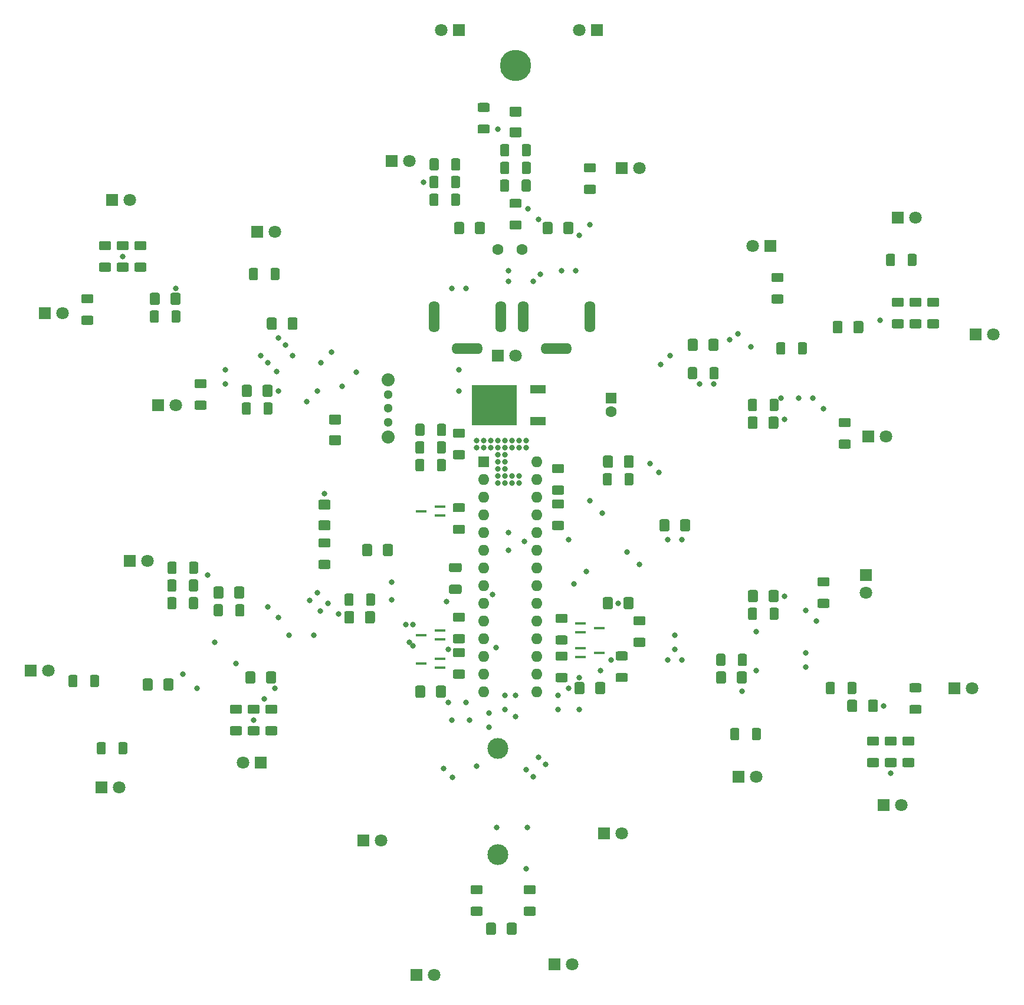
<source format=gbr>
%TF.GenerationSoftware,KiCad,Pcbnew,(5.1.9)-1*%
%TF.CreationDate,2021-12-13T22:42:44-05:00*%
%TF.ProjectId,Ornament,4f726e61-6d65-46e7-942e-6b696361645f,rev?*%
%TF.SameCoordinates,Original*%
%TF.FileFunction,Soldermask,Top*%
%TF.FilePolarity,Negative*%
%FSLAX46Y46*%
G04 Gerber Fmt 4.6, Leading zero omitted, Abs format (unit mm)*
G04 Created by KiCad (PCBNEW (5.1.9)-1) date 2021-12-13 22:42:44*
%MOMM*%
%LPD*%
G01*
G04 APERTURE LIST*
%ADD10R,1.500000X0.450000*%
%ADD11C,4.500000*%
%ADD12O,1.600000X4.500000*%
%ADD13O,4.500000X1.600000*%
%ADD14C,1.600000*%
%ADD15R,6.400000X5.800000*%
%ADD16R,2.200000X1.200000*%
%ADD17O,1.600000X1.600000*%
%ADD18R,1.600000X1.600000*%
%ADD19C,1.875000*%
%ADD20C,1.300000*%
%ADD21C,1.800000*%
%ADD22R,1.800000X1.800000*%
%ADD23O,3.000000X3.000000*%
%ADD24C,3.000000*%
%ADD25C,0.800000*%
G04 APERTURE END LIST*
D10*
%TO.C,Q3*%
X133410000Y-117998000D03*
X133410000Y-116698000D03*
X130750000Y-117348000D03*
%TD*%
D11*
%TO.C,REF\u002A\u002A*%
X144272000Y-35560000D03*
%TD*%
%TO.C,R45*%
G36*
G01*
X145172000Y-50917000D02*
X145172000Y-49667000D01*
G75*
G02*
X145422000Y-49417000I250000J0D01*
G01*
X146222000Y-49417000D01*
G75*
G02*
X146472000Y-49667000I0J-250000D01*
G01*
X146472000Y-50917000D01*
G75*
G02*
X146222000Y-51167000I-250000J0D01*
G01*
X145422000Y-51167000D01*
G75*
G02*
X145172000Y-50917000I0J250000D01*
G01*
G37*
G36*
G01*
X142072000Y-50917000D02*
X142072000Y-49667000D01*
G75*
G02*
X142322000Y-49417000I250000J0D01*
G01*
X143122000Y-49417000D01*
G75*
G02*
X143372000Y-49667000I0J-250000D01*
G01*
X143372000Y-50917000D01*
G75*
G02*
X143122000Y-51167000I-250000J0D01*
G01*
X142322000Y-51167000D01*
G75*
G02*
X142072000Y-50917000I0J250000D01*
G01*
G37*
%TD*%
D12*
%TO.C,BT1*%
X145388000Y-71628000D03*
D13*
X150153000Y-76203000D03*
D12*
X154918000Y-71628000D03*
D13*
X137353000Y-76203000D03*
D12*
X142118000Y-71628000D03*
X132588000Y-71628000D03*
%TD*%
D14*
%TO.C,C3*%
X145232000Y-61976000D03*
X141732000Y-61976000D03*
%TD*%
%TO.C,R68*%
G36*
G01*
X150251000Y-122820000D02*
X151501000Y-122820000D01*
G75*
G02*
X151751000Y-123070000I0J-250000D01*
G01*
X151751000Y-123870000D01*
G75*
G02*
X151501000Y-124120000I-250000J0D01*
G01*
X150251000Y-124120000D01*
G75*
G02*
X150001000Y-123870000I0J250000D01*
G01*
X150001000Y-123070000D01*
G75*
G02*
X150251000Y-122820000I250000J0D01*
G01*
G37*
G36*
G01*
X150251000Y-119720000D02*
X151501000Y-119720000D01*
G75*
G02*
X151751000Y-119970000I0J-250000D01*
G01*
X151751000Y-120770000D01*
G75*
G02*
X151501000Y-121020000I-250000J0D01*
G01*
X150251000Y-121020000D01*
G75*
G02*
X150001000Y-120770000I0J250000D01*
G01*
X150001000Y-119970000D01*
G75*
G02*
X150251000Y-119720000I250000J0D01*
G01*
G37*
%TD*%
%TO.C,R67*%
G36*
G01*
X136769000Y-120512000D02*
X135519000Y-120512000D01*
G75*
G02*
X135269000Y-120262000I0J250000D01*
G01*
X135269000Y-119462000D01*
G75*
G02*
X135519000Y-119212000I250000J0D01*
G01*
X136769000Y-119212000D01*
G75*
G02*
X137019000Y-119462000I0J-250000D01*
G01*
X137019000Y-120262000D01*
G75*
G02*
X136769000Y-120512000I-250000J0D01*
G01*
G37*
G36*
G01*
X136769000Y-123612000D02*
X135519000Y-123612000D01*
G75*
G02*
X135269000Y-123362000I0J250000D01*
G01*
X135269000Y-122562000D01*
G75*
G02*
X135519000Y-122312000I250000J0D01*
G01*
X136769000Y-122312000D01*
G75*
G02*
X137019000Y-122562000I0J-250000D01*
G01*
X137019000Y-123362000D01*
G75*
G02*
X136769000Y-123612000I-250000J0D01*
G01*
G37*
%TD*%
%TO.C,R66*%
G36*
G01*
X136769000Y-115432000D02*
X135519000Y-115432000D01*
G75*
G02*
X135269000Y-115182000I0J250000D01*
G01*
X135269000Y-114382000D01*
G75*
G02*
X135519000Y-114132000I250000J0D01*
G01*
X136769000Y-114132000D01*
G75*
G02*
X137019000Y-114382000I0J-250000D01*
G01*
X137019000Y-115182000D01*
G75*
G02*
X136769000Y-115432000I-250000J0D01*
G01*
G37*
G36*
G01*
X136769000Y-118532000D02*
X135519000Y-118532000D01*
G75*
G02*
X135269000Y-118282000I0J250000D01*
G01*
X135269000Y-117482000D01*
G75*
G02*
X135519000Y-117232000I250000J0D01*
G01*
X136769000Y-117232000D01*
G75*
G02*
X137019000Y-117482000I0J-250000D01*
G01*
X137019000Y-118282000D01*
G75*
G02*
X136769000Y-118532000I-250000J0D01*
G01*
G37*
%TD*%
%TO.C,R65*%
G36*
G01*
X150251000Y-117408000D02*
X151501000Y-117408000D01*
G75*
G02*
X151751000Y-117658000I0J-250000D01*
G01*
X151751000Y-118458000D01*
G75*
G02*
X151501000Y-118708000I-250000J0D01*
G01*
X150251000Y-118708000D01*
G75*
G02*
X150001000Y-118458000I0J250000D01*
G01*
X150001000Y-117658000D01*
G75*
G02*
X150251000Y-117408000I250000J0D01*
G01*
G37*
G36*
G01*
X150251000Y-114308000D02*
X151501000Y-114308000D01*
G75*
G02*
X151751000Y-114558000I0J-250000D01*
G01*
X151751000Y-115358000D01*
G75*
G02*
X151501000Y-115608000I-250000J0D01*
G01*
X150251000Y-115608000D01*
G75*
G02*
X150001000Y-115358000I0J250000D01*
G01*
X150001000Y-114558000D01*
G75*
G02*
X150251000Y-114308000I250000J0D01*
G01*
G37*
%TD*%
%TO.C,R64*%
G36*
G01*
X136769000Y-99710000D02*
X135519000Y-99710000D01*
G75*
G02*
X135269000Y-99460000I0J250000D01*
G01*
X135269000Y-98660000D01*
G75*
G02*
X135519000Y-98410000I250000J0D01*
G01*
X136769000Y-98410000D01*
G75*
G02*
X137019000Y-98660000I0J-250000D01*
G01*
X137019000Y-99460000D01*
G75*
G02*
X136769000Y-99710000I-250000J0D01*
G01*
G37*
G36*
G01*
X136769000Y-102810000D02*
X135519000Y-102810000D01*
G75*
G02*
X135269000Y-102560000I0J250000D01*
G01*
X135269000Y-101760000D01*
G75*
G02*
X135519000Y-101510000I250000J0D01*
G01*
X136769000Y-101510000D01*
G75*
G02*
X137019000Y-101760000I0J-250000D01*
G01*
X137019000Y-102560000D01*
G75*
G02*
X136769000Y-102810000I-250000J0D01*
G01*
G37*
%TD*%
D15*
%TO.C,U2*%
X141224000Y-84328000D03*
D16*
X147524000Y-82048000D03*
X147524000Y-86608000D03*
%TD*%
D17*
%TO.C,U1*%
X147320000Y-92456000D03*
X139700000Y-125476000D03*
X147320000Y-94996000D03*
X139700000Y-122936000D03*
X147320000Y-97536000D03*
X139700000Y-120396000D03*
X147320000Y-100076000D03*
X139700000Y-117856000D03*
X147320000Y-102616000D03*
X139700000Y-115316000D03*
X147320000Y-105156000D03*
X139700000Y-112776000D03*
X147320000Y-107696000D03*
X139700000Y-110236000D03*
X147320000Y-110236000D03*
X139700000Y-107696000D03*
X147320000Y-112776000D03*
X139700000Y-105156000D03*
X147320000Y-115316000D03*
X139700000Y-102616000D03*
X147320000Y-117856000D03*
X139700000Y-100076000D03*
X147320000Y-120396000D03*
X139700000Y-97536000D03*
X147320000Y-122936000D03*
X139700000Y-94996000D03*
X147320000Y-125476000D03*
D18*
X139700000Y-92456000D03*
%TD*%
D19*
%TO.C,S1*%
X125984000Y-88904000D03*
X125984000Y-80704000D03*
D20*
X125984000Y-86804000D03*
X125984000Y-84804000D03*
X125984000Y-82804000D03*
%TD*%
%TO.C,R63*%
G36*
G01*
X131206000Y-87259000D02*
X131206000Y-88509000D01*
G75*
G02*
X130956000Y-88759000I-250000J0D01*
G01*
X130156000Y-88759000D01*
G75*
G02*
X129906000Y-88509000I0J250000D01*
G01*
X129906000Y-87259000D01*
G75*
G02*
X130156000Y-87009000I250000J0D01*
G01*
X130956000Y-87009000D01*
G75*
G02*
X131206000Y-87259000I0J-250000D01*
G01*
G37*
G36*
G01*
X134306000Y-87259000D02*
X134306000Y-88509000D01*
G75*
G02*
X134056000Y-88759000I-250000J0D01*
G01*
X133256000Y-88759000D01*
G75*
G02*
X133006000Y-88509000I0J250000D01*
G01*
X133006000Y-87259000D01*
G75*
G02*
X133256000Y-87009000I250000J0D01*
G01*
X134056000Y-87009000D01*
G75*
G02*
X134306000Y-87259000I0J-250000D01*
G01*
G37*
%TD*%
%TO.C,R62*%
G36*
G01*
X131180000Y-89799000D02*
X131180000Y-91049000D01*
G75*
G02*
X130930000Y-91299000I-250000J0D01*
G01*
X130130000Y-91299000D01*
G75*
G02*
X129880000Y-91049000I0J250000D01*
G01*
X129880000Y-89799000D01*
G75*
G02*
X130130000Y-89549000I250000J0D01*
G01*
X130930000Y-89549000D01*
G75*
G02*
X131180000Y-89799000I0J-250000D01*
G01*
G37*
G36*
G01*
X134280000Y-89799000D02*
X134280000Y-91049000D01*
G75*
G02*
X134030000Y-91299000I-250000J0D01*
G01*
X133230000Y-91299000D01*
G75*
G02*
X132980000Y-91049000I0J250000D01*
G01*
X132980000Y-89799000D01*
G75*
G02*
X133230000Y-89549000I250000J0D01*
G01*
X134030000Y-89549000D01*
G75*
G02*
X134280000Y-89799000I0J-250000D01*
G01*
G37*
%TD*%
%TO.C,R61*%
G36*
G01*
X131180000Y-92339000D02*
X131180000Y-93589000D01*
G75*
G02*
X130930000Y-93839000I-250000J0D01*
G01*
X130130000Y-93839000D01*
G75*
G02*
X129880000Y-93589000I0J250000D01*
G01*
X129880000Y-92339000D01*
G75*
G02*
X130130000Y-92089000I250000J0D01*
G01*
X130930000Y-92089000D01*
G75*
G02*
X131180000Y-92339000I0J-250000D01*
G01*
G37*
G36*
G01*
X134280000Y-92339000D02*
X134280000Y-93589000D01*
G75*
G02*
X134030000Y-93839000I-250000J0D01*
G01*
X133230000Y-93839000D01*
G75*
G02*
X132980000Y-93589000I0J250000D01*
G01*
X132980000Y-92339000D01*
G75*
G02*
X133230000Y-92089000I250000J0D01*
G01*
X134030000Y-92089000D01*
G75*
G02*
X134280000Y-92339000I0J-250000D01*
G01*
G37*
%TD*%
%TO.C,R60*%
G36*
G01*
X94880000Y-72253000D02*
X94880000Y-71003000D01*
G75*
G02*
X95130000Y-70753000I250000J0D01*
G01*
X95930000Y-70753000D01*
G75*
G02*
X96180000Y-71003000I0J-250000D01*
G01*
X96180000Y-72253000D01*
G75*
G02*
X95930000Y-72503000I-250000J0D01*
G01*
X95130000Y-72503000D01*
G75*
G02*
X94880000Y-72253000I0J250000D01*
G01*
G37*
G36*
G01*
X91780000Y-72253000D02*
X91780000Y-71003000D01*
G75*
G02*
X92030000Y-70753000I250000J0D01*
G01*
X92830000Y-70753000D01*
G75*
G02*
X93080000Y-71003000I0J-250000D01*
G01*
X93080000Y-72253000D01*
G75*
G02*
X92830000Y-72503000I-250000J0D01*
G01*
X92030000Y-72503000D01*
G75*
G02*
X91780000Y-72253000I0J250000D01*
G01*
G37*
%TD*%
%TO.C,R59*%
G36*
G01*
X139309000Y-154548000D02*
X138059000Y-154548000D01*
G75*
G02*
X137809000Y-154298000I0J250000D01*
G01*
X137809000Y-153498000D01*
G75*
G02*
X138059000Y-153248000I250000J0D01*
G01*
X139309000Y-153248000D01*
G75*
G02*
X139559000Y-153498000I0J-250000D01*
G01*
X139559000Y-154298000D01*
G75*
G02*
X139309000Y-154548000I-250000J0D01*
G01*
G37*
G36*
G01*
X139309000Y-157648000D02*
X138059000Y-157648000D01*
G75*
G02*
X137809000Y-157398000I0J250000D01*
G01*
X137809000Y-156598000D01*
G75*
G02*
X138059000Y-156348000I250000J0D01*
G01*
X139309000Y-156348000D01*
G75*
G02*
X139559000Y-156598000I0J-250000D01*
G01*
X139559000Y-157398000D01*
G75*
G02*
X139309000Y-157648000I-250000J0D01*
G01*
G37*
%TD*%
%TO.C,R55*%
G36*
G01*
X180732000Y-114925000D02*
X180732000Y-113675000D01*
G75*
G02*
X180982000Y-113425000I250000J0D01*
G01*
X181782000Y-113425000D01*
G75*
G02*
X182032000Y-113675000I0J-250000D01*
G01*
X182032000Y-114925000D01*
G75*
G02*
X181782000Y-115175000I-250000J0D01*
G01*
X180982000Y-115175000D01*
G75*
G02*
X180732000Y-114925000I0J250000D01*
G01*
G37*
G36*
G01*
X177632000Y-114925000D02*
X177632000Y-113675000D01*
G75*
G02*
X177882000Y-113425000I250000J0D01*
G01*
X178682000Y-113425000D01*
G75*
G02*
X178932000Y-113675000I0J-250000D01*
G01*
X178932000Y-114925000D01*
G75*
G02*
X178682000Y-115175000I-250000J0D01*
G01*
X177882000Y-115175000D01*
G75*
G02*
X177632000Y-114925000I0J250000D01*
G01*
G37*
%TD*%
%TO.C,R54*%
G36*
G01*
X178192000Y-132197000D02*
X178192000Y-130947000D01*
G75*
G02*
X178442000Y-130697000I250000J0D01*
G01*
X179242000Y-130697000D01*
G75*
G02*
X179492000Y-130947000I0J-250000D01*
G01*
X179492000Y-132197000D01*
G75*
G02*
X179242000Y-132447000I-250000J0D01*
G01*
X178442000Y-132447000D01*
G75*
G02*
X178192000Y-132197000I0J250000D01*
G01*
G37*
G36*
G01*
X175092000Y-132197000D02*
X175092000Y-130947000D01*
G75*
G02*
X175342000Y-130697000I250000J0D01*
G01*
X176142000Y-130697000D01*
G75*
G02*
X176392000Y-130947000I0J-250000D01*
G01*
X176392000Y-132197000D01*
G75*
G02*
X176142000Y-132447000I-250000J0D01*
G01*
X175342000Y-132447000D01*
G75*
G02*
X175092000Y-132197000I0J250000D01*
G01*
G37*
%TD*%
%TO.C,R53*%
G36*
G01*
X182996000Y-75575000D02*
X182996000Y-76825000D01*
G75*
G02*
X182746000Y-77075000I-250000J0D01*
G01*
X181946000Y-77075000D01*
G75*
G02*
X181696000Y-76825000I0J250000D01*
G01*
X181696000Y-75575000D01*
G75*
G02*
X181946000Y-75325000I250000J0D01*
G01*
X182746000Y-75325000D01*
G75*
G02*
X182996000Y-75575000I0J-250000D01*
G01*
G37*
G36*
G01*
X186096000Y-75575000D02*
X186096000Y-76825000D01*
G75*
G02*
X185846000Y-77075000I-250000J0D01*
G01*
X185046000Y-77075000D01*
G75*
G02*
X184796000Y-76825000I0J250000D01*
G01*
X184796000Y-75575000D01*
G75*
G02*
X185046000Y-75325000I250000J0D01*
G01*
X185846000Y-75325000D01*
G75*
G02*
X186096000Y-75575000I0J-250000D01*
G01*
G37*
%TD*%
%TO.C,R52*%
G36*
G01*
X139075000Y-44054000D02*
X140325000Y-44054000D01*
G75*
G02*
X140575000Y-44304000I0J-250000D01*
G01*
X140575000Y-45104000D01*
G75*
G02*
X140325000Y-45354000I-250000J0D01*
G01*
X139075000Y-45354000D01*
G75*
G02*
X138825000Y-45104000I0J250000D01*
G01*
X138825000Y-44304000D01*
G75*
G02*
X139075000Y-44054000I250000J0D01*
G01*
G37*
G36*
G01*
X139075000Y-40954000D02*
X140325000Y-40954000D01*
G75*
G02*
X140575000Y-41204000I0J-250000D01*
G01*
X140575000Y-42004000D01*
G75*
G02*
X140325000Y-42254000I-250000J0D01*
G01*
X139075000Y-42254000D01*
G75*
G02*
X138825000Y-42004000I0J250000D01*
G01*
X138825000Y-41204000D01*
G75*
G02*
X139075000Y-40954000I250000J0D01*
G01*
G37*
%TD*%
%TO.C,R51*%
G36*
G01*
X196205000Y-133212000D02*
X194955000Y-133212000D01*
G75*
G02*
X194705000Y-132962000I0J250000D01*
G01*
X194705000Y-132162000D01*
G75*
G02*
X194955000Y-131912000I250000J0D01*
G01*
X196205000Y-131912000D01*
G75*
G02*
X196455000Y-132162000I0J-250000D01*
G01*
X196455000Y-132962000D01*
G75*
G02*
X196205000Y-133212000I-250000J0D01*
G01*
G37*
G36*
G01*
X196205000Y-136312000D02*
X194955000Y-136312000D01*
G75*
G02*
X194705000Y-136062000I0J250000D01*
G01*
X194705000Y-135262000D01*
G75*
G02*
X194955000Y-135012000I250000J0D01*
G01*
X196205000Y-135012000D01*
G75*
G02*
X196455000Y-135262000I0J-250000D01*
G01*
X196455000Y-136062000D01*
G75*
G02*
X196205000Y-136312000I-250000J0D01*
G01*
G37*
%TD*%
%TO.C,R50*%
G36*
G01*
X198745000Y-133212000D02*
X197495000Y-133212000D01*
G75*
G02*
X197245000Y-132962000I0J250000D01*
G01*
X197245000Y-132162000D01*
G75*
G02*
X197495000Y-131912000I250000J0D01*
G01*
X198745000Y-131912000D01*
G75*
G02*
X198995000Y-132162000I0J-250000D01*
G01*
X198995000Y-132962000D01*
G75*
G02*
X198745000Y-133212000I-250000J0D01*
G01*
G37*
G36*
G01*
X198745000Y-136312000D02*
X197495000Y-136312000D01*
G75*
G02*
X197245000Y-136062000I0J250000D01*
G01*
X197245000Y-135262000D01*
G75*
G02*
X197495000Y-135012000I250000J0D01*
G01*
X198745000Y-135012000D01*
G75*
G02*
X198995000Y-135262000I0J-250000D01*
G01*
X198995000Y-136062000D01*
G75*
G02*
X198745000Y-136312000I-250000J0D01*
G01*
G37*
%TD*%
%TO.C,R49*%
G36*
G01*
X201285000Y-133212000D02*
X200035000Y-133212000D01*
G75*
G02*
X199785000Y-132962000I0J250000D01*
G01*
X199785000Y-132162000D01*
G75*
G02*
X200035000Y-131912000I250000J0D01*
G01*
X201285000Y-131912000D01*
G75*
G02*
X201535000Y-132162000I0J-250000D01*
G01*
X201535000Y-132962000D01*
G75*
G02*
X201285000Y-133212000I-250000J0D01*
G01*
G37*
G36*
G01*
X201285000Y-136312000D02*
X200035000Y-136312000D01*
G75*
G02*
X199785000Y-136062000I0J250000D01*
G01*
X199785000Y-135262000D01*
G75*
G02*
X200035000Y-135012000I250000J0D01*
G01*
X201285000Y-135012000D01*
G75*
G02*
X201535000Y-135262000I0J-250000D01*
G01*
X201535000Y-136062000D01*
G75*
G02*
X201285000Y-136312000I-250000J0D01*
G01*
G37*
%TD*%
%TO.C,R48*%
G36*
G01*
X172122000Y-80381000D02*
X172122000Y-79131000D01*
G75*
G02*
X172372000Y-78881000I250000J0D01*
G01*
X173172000Y-78881000D01*
G75*
G02*
X173422000Y-79131000I0J-250000D01*
G01*
X173422000Y-80381000D01*
G75*
G02*
X173172000Y-80631000I-250000J0D01*
G01*
X172372000Y-80631000D01*
G75*
G02*
X172122000Y-80381000I0J250000D01*
G01*
G37*
G36*
G01*
X169022000Y-80381000D02*
X169022000Y-79131000D01*
G75*
G02*
X169272000Y-78881000I250000J0D01*
G01*
X170072000Y-78881000D01*
G75*
G02*
X170322000Y-79131000I0J-250000D01*
G01*
X170322000Y-80381000D01*
G75*
G02*
X170072000Y-80631000I-250000J0D01*
G01*
X169272000Y-80631000D01*
G75*
G02*
X169022000Y-80381000I0J250000D01*
G01*
G37*
%TD*%
%TO.C,R47*%
G36*
G01*
X198744000Y-62875000D02*
X198744000Y-64125000D01*
G75*
G02*
X198494000Y-64375000I-250000J0D01*
G01*
X197694000Y-64375000D01*
G75*
G02*
X197444000Y-64125000I0J250000D01*
G01*
X197444000Y-62875000D01*
G75*
G02*
X197694000Y-62625000I250000J0D01*
G01*
X198494000Y-62625000D01*
G75*
G02*
X198744000Y-62875000I0J-250000D01*
G01*
G37*
G36*
G01*
X201844000Y-62875000D02*
X201844000Y-64125000D01*
G75*
G02*
X201594000Y-64375000I-250000J0D01*
G01*
X200794000Y-64375000D01*
G75*
G02*
X200544000Y-64125000I0J250000D01*
G01*
X200544000Y-62875000D01*
G75*
G02*
X200794000Y-62625000I250000J0D01*
G01*
X201594000Y-62625000D01*
G75*
G02*
X201844000Y-62875000I0J-250000D01*
G01*
G37*
%TD*%
%TO.C,R46*%
G36*
G01*
X145172000Y-48377000D02*
X145172000Y-47127000D01*
G75*
G02*
X145422000Y-46877000I250000J0D01*
G01*
X146222000Y-46877000D01*
G75*
G02*
X146472000Y-47127000I0J-250000D01*
G01*
X146472000Y-48377000D01*
G75*
G02*
X146222000Y-48627000I-250000J0D01*
G01*
X145422000Y-48627000D01*
G75*
G02*
X145172000Y-48377000I0J250000D01*
G01*
G37*
G36*
G01*
X142072000Y-48377000D02*
X142072000Y-47127000D01*
G75*
G02*
X142322000Y-46877000I250000J0D01*
G01*
X143122000Y-46877000D01*
G75*
G02*
X143372000Y-47127000I0J-250000D01*
G01*
X143372000Y-48377000D01*
G75*
G02*
X143122000Y-48627000I-250000J0D01*
G01*
X142322000Y-48627000D01*
G75*
G02*
X142072000Y-48377000I0J250000D01*
G01*
G37*
%TD*%
%TO.C,R44*%
G36*
G01*
X145146000Y-53457000D02*
X145146000Y-52207000D01*
G75*
G02*
X145396000Y-51957000I250000J0D01*
G01*
X146196000Y-51957000D01*
G75*
G02*
X146446000Y-52207000I0J-250000D01*
G01*
X146446000Y-53457000D01*
G75*
G02*
X146196000Y-53707000I-250000J0D01*
G01*
X145396000Y-53707000D01*
G75*
G02*
X145146000Y-53457000I0J250000D01*
G01*
G37*
G36*
G01*
X142046000Y-53457000D02*
X142046000Y-52207000D01*
G75*
G02*
X142296000Y-51957000I250000J0D01*
G01*
X143096000Y-51957000D01*
G75*
G02*
X143346000Y-52207000I0J-250000D01*
G01*
X143346000Y-53457000D01*
G75*
G02*
X143096000Y-53707000I-250000J0D01*
G01*
X142296000Y-53707000D01*
G75*
G02*
X142046000Y-53457000I0J250000D01*
G01*
G37*
%TD*%
%TO.C,R43*%
G36*
G01*
X108088000Y-85461000D02*
X108088000Y-84211000D01*
G75*
G02*
X108338000Y-83961000I250000J0D01*
G01*
X109138000Y-83961000D01*
G75*
G02*
X109388000Y-84211000I0J-250000D01*
G01*
X109388000Y-85461000D01*
G75*
G02*
X109138000Y-85711000I-250000J0D01*
G01*
X108338000Y-85711000D01*
G75*
G02*
X108088000Y-85461000I0J250000D01*
G01*
G37*
G36*
G01*
X104988000Y-85461000D02*
X104988000Y-84211000D01*
G75*
G02*
X105238000Y-83961000I250000J0D01*
G01*
X106038000Y-83961000D01*
G75*
G02*
X106288000Y-84211000I0J-250000D01*
G01*
X106288000Y-85461000D01*
G75*
G02*
X106038000Y-85711000I-250000J0D01*
G01*
X105238000Y-85711000D01*
G75*
G02*
X104988000Y-85461000I0J250000D01*
G01*
G37*
%TD*%
%TO.C,R42*%
G36*
G01*
X83429000Y-69712000D02*
X82179000Y-69712000D01*
G75*
G02*
X81929000Y-69462000I0J250000D01*
G01*
X81929000Y-68662000D01*
G75*
G02*
X82179000Y-68412000I250000J0D01*
G01*
X83429000Y-68412000D01*
G75*
G02*
X83679000Y-68662000I0J-250000D01*
G01*
X83679000Y-69462000D01*
G75*
G02*
X83429000Y-69712000I-250000J0D01*
G01*
G37*
G36*
G01*
X83429000Y-72812000D02*
X82179000Y-72812000D01*
G75*
G02*
X81929000Y-72562000I0J250000D01*
G01*
X81929000Y-71762000D01*
G75*
G02*
X82179000Y-71512000I250000J0D01*
G01*
X83429000Y-71512000D01*
G75*
G02*
X83679000Y-71762000I0J-250000D01*
G01*
X83679000Y-72562000D01*
G75*
G02*
X83429000Y-72812000I-250000J0D01*
G01*
G37*
%TD*%
%TO.C,R41*%
G36*
G01*
X104050000Y-114417000D02*
X104050000Y-113167000D01*
G75*
G02*
X104300000Y-112917000I250000J0D01*
G01*
X105100000Y-112917000D01*
G75*
G02*
X105350000Y-113167000I0J-250000D01*
G01*
X105350000Y-114417000D01*
G75*
G02*
X105100000Y-114667000I-250000J0D01*
G01*
X104300000Y-114667000D01*
G75*
G02*
X104050000Y-114417000I0J250000D01*
G01*
G37*
G36*
G01*
X100950000Y-114417000D02*
X100950000Y-113167000D01*
G75*
G02*
X101200000Y-112917000I250000J0D01*
G01*
X102000000Y-112917000D01*
G75*
G02*
X102250000Y-113167000I0J-250000D01*
G01*
X102250000Y-114417000D01*
G75*
G02*
X102000000Y-114667000I-250000J0D01*
G01*
X101200000Y-114667000D01*
G75*
G02*
X100950000Y-114417000I0J250000D01*
G01*
G37*
%TD*%
%TO.C,R40*%
G36*
G01*
X87260000Y-134229000D02*
X87260000Y-132979000D01*
G75*
G02*
X87510000Y-132729000I250000J0D01*
G01*
X88310000Y-132729000D01*
G75*
G02*
X88560000Y-132979000I0J-250000D01*
G01*
X88560000Y-134229000D01*
G75*
G02*
X88310000Y-134479000I-250000J0D01*
G01*
X87510000Y-134479000D01*
G75*
G02*
X87260000Y-134229000I0J250000D01*
G01*
G37*
G36*
G01*
X84160000Y-134229000D02*
X84160000Y-132979000D01*
G75*
G02*
X84410000Y-132729000I250000J0D01*
G01*
X85210000Y-132729000D01*
G75*
G02*
X85460000Y-132979000I0J-250000D01*
G01*
X85460000Y-134229000D01*
G75*
G02*
X85210000Y-134479000I-250000J0D01*
G01*
X84410000Y-134479000D01*
G75*
G02*
X84160000Y-134229000I0J250000D01*
G01*
G37*
%TD*%
%TO.C,R39*%
G36*
G01*
X85969000Y-62092000D02*
X84719000Y-62092000D01*
G75*
G02*
X84469000Y-61842000I0J250000D01*
G01*
X84469000Y-61042000D01*
G75*
G02*
X84719000Y-60792000I250000J0D01*
G01*
X85969000Y-60792000D01*
G75*
G02*
X86219000Y-61042000I0J-250000D01*
G01*
X86219000Y-61842000D01*
G75*
G02*
X85969000Y-62092000I-250000J0D01*
G01*
G37*
G36*
G01*
X85969000Y-65192000D02*
X84719000Y-65192000D01*
G75*
G02*
X84469000Y-64942000I0J250000D01*
G01*
X84469000Y-64142000D01*
G75*
G02*
X84719000Y-63892000I250000J0D01*
G01*
X85969000Y-63892000D01*
G75*
G02*
X86219000Y-64142000I0J-250000D01*
G01*
X86219000Y-64942000D01*
G75*
G02*
X85969000Y-65192000I-250000J0D01*
G01*
G37*
%TD*%
%TO.C,R38*%
G36*
G01*
X88509000Y-62092000D02*
X87259000Y-62092000D01*
G75*
G02*
X87009000Y-61842000I0J250000D01*
G01*
X87009000Y-61042000D01*
G75*
G02*
X87259000Y-60792000I250000J0D01*
G01*
X88509000Y-60792000D01*
G75*
G02*
X88759000Y-61042000I0J-250000D01*
G01*
X88759000Y-61842000D01*
G75*
G02*
X88509000Y-62092000I-250000J0D01*
G01*
G37*
G36*
G01*
X88509000Y-65192000D02*
X87259000Y-65192000D01*
G75*
G02*
X87009000Y-64942000I0J250000D01*
G01*
X87009000Y-64142000D01*
G75*
G02*
X87259000Y-63892000I250000J0D01*
G01*
X88509000Y-63892000D01*
G75*
G02*
X88759000Y-64142000I0J-250000D01*
G01*
X88759000Y-64942000D01*
G75*
G02*
X88509000Y-65192000I-250000J0D01*
G01*
G37*
%TD*%
%TO.C,R37*%
G36*
G01*
X91049000Y-62092000D02*
X89799000Y-62092000D01*
G75*
G02*
X89549000Y-61842000I0J250000D01*
G01*
X89549000Y-61042000D01*
G75*
G02*
X89799000Y-60792000I250000J0D01*
G01*
X91049000Y-60792000D01*
G75*
G02*
X91299000Y-61042000I0J-250000D01*
G01*
X91299000Y-61842000D01*
G75*
G02*
X91049000Y-62092000I-250000J0D01*
G01*
G37*
G36*
G01*
X91049000Y-65192000D02*
X89799000Y-65192000D01*
G75*
G02*
X89549000Y-64942000I0J250000D01*
G01*
X89549000Y-64142000D01*
G75*
G02*
X89799000Y-63892000I250000J0D01*
G01*
X91049000Y-63892000D01*
G75*
G02*
X91299000Y-64142000I0J-250000D01*
G01*
X91299000Y-64942000D01*
G75*
G02*
X91049000Y-65192000I-250000J0D01*
G01*
G37*
%TD*%
%TO.C,R36*%
G36*
G01*
X143647000Y-57822000D02*
X144897000Y-57822000D01*
G75*
G02*
X145147000Y-58072000I0J-250000D01*
G01*
X145147000Y-58872000D01*
G75*
G02*
X144897000Y-59122000I-250000J0D01*
G01*
X143647000Y-59122000D01*
G75*
G02*
X143397000Y-58872000I0J250000D01*
G01*
X143397000Y-58072000D01*
G75*
G02*
X143647000Y-57822000I250000J0D01*
G01*
G37*
G36*
G01*
X143647000Y-54722000D02*
X144897000Y-54722000D01*
G75*
G02*
X145147000Y-54972000I0J-250000D01*
G01*
X145147000Y-55772000D01*
G75*
G02*
X144897000Y-56022000I-250000J0D01*
G01*
X143647000Y-56022000D01*
G75*
G02*
X143397000Y-55772000I0J250000D01*
G01*
X143397000Y-54972000D01*
G75*
G02*
X143647000Y-54722000I250000J0D01*
G01*
G37*
%TD*%
%TO.C,R35*%
G36*
G01*
X83196000Y-124577000D02*
X83196000Y-123327000D01*
G75*
G02*
X83446000Y-123077000I250000J0D01*
G01*
X84246000Y-123077000D01*
G75*
G02*
X84496000Y-123327000I0J-250000D01*
G01*
X84496000Y-124577000D01*
G75*
G02*
X84246000Y-124827000I-250000J0D01*
G01*
X83446000Y-124827000D01*
G75*
G02*
X83196000Y-124577000I0J250000D01*
G01*
G37*
G36*
G01*
X80096000Y-124577000D02*
X80096000Y-123327000D01*
G75*
G02*
X80346000Y-123077000I250000J0D01*
G01*
X81146000Y-123077000D01*
G75*
G02*
X81396000Y-123327000I0J-250000D01*
G01*
X81396000Y-124577000D01*
G75*
G02*
X81146000Y-124827000I-250000J0D01*
G01*
X80346000Y-124827000D01*
G75*
G02*
X80096000Y-124577000I0J250000D01*
G01*
G37*
%TD*%
%TO.C,R31*%
G36*
G01*
X176186000Y-121529000D02*
X176186000Y-120279000D01*
G75*
G02*
X176436000Y-120029000I250000J0D01*
G01*
X177236000Y-120029000D01*
G75*
G02*
X177486000Y-120279000I0J-250000D01*
G01*
X177486000Y-121529000D01*
G75*
G02*
X177236000Y-121779000I-250000J0D01*
G01*
X176436000Y-121779000D01*
G75*
G02*
X176186000Y-121529000I0J250000D01*
G01*
G37*
G36*
G01*
X173086000Y-121529000D02*
X173086000Y-120279000D01*
G75*
G02*
X173336000Y-120029000I250000J0D01*
G01*
X174136000Y-120029000D01*
G75*
G02*
X174386000Y-120279000I0J-250000D01*
G01*
X174386000Y-121529000D01*
G75*
G02*
X174136000Y-121779000I-250000J0D01*
G01*
X173336000Y-121779000D01*
G75*
G02*
X173086000Y-121529000I0J250000D01*
G01*
G37*
%TD*%
%TO.C,R30*%
G36*
G01*
X201051000Y-127366000D02*
X202301000Y-127366000D01*
G75*
G02*
X202551000Y-127616000I0J-250000D01*
G01*
X202551000Y-128416000D01*
G75*
G02*
X202301000Y-128666000I-250000J0D01*
G01*
X201051000Y-128666000D01*
G75*
G02*
X200801000Y-128416000I0J250000D01*
G01*
X200801000Y-127616000D01*
G75*
G02*
X201051000Y-127366000I250000J0D01*
G01*
G37*
G36*
G01*
X201051000Y-124266000D02*
X202301000Y-124266000D01*
G75*
G02*
X202551000Y-124516000I0J-250000D01*
G01*
X202551000Y-125316000D01*
G75*
G02*
X202301000Y-125566000I-250000J0D01*
G01*
X201051000Y-125566000D01*
G75*
G02*
X200801000Y-125316000I0J250000D01*
G01*
X200801000Y-124516000D01*
G75*
G02*
X201051000Y-124266000I250000J0D01*
G01*
G37*
%TD*%
%TO.C,R29*%
G36*
G01*
X180732000Y-84953000D02*
X180732000Y-83703000D01*
G75*
G02*
X180982000Y-83453000I250000J0D01*
G01*
X181782000Y-83453000D01*
G75*
G02*
X182032000Y-83703000I0J-250000D01*
G01*
X182032000Y-84953000D01*
G75*
G02*
X181782000Y-85203000I-250000J0D01*
G01*
X180982000Y-85203000D01*
G75*
G02*
X180732000Y-84953000I0J250000D01*
G01*
G37*
G36*
G01*
X177632000Y-84953000D02*
X177632000Y-83703000D01*
G75*
G02*
X177882000Y-83453000I250000J0D01*
G01*
X178682000Y-83453000D01*
G75*
G02*
X178932000Y-83703000I0J-250000D01*
G01*
X178932000Y-84953000D01*
G75*
G02*
X178682000Y-85203000I-250000J0D01*
G01*
X177882000Y-85203000D01*
G75*
G02*
X177632000Y-84953000I0J250000D01*
G01*
G37*
%TD*%
%TO.C,R28*%
G36*
G01*
X192141000Y-87492000D02*
X190891000Y-87492000D01*
G75*
G02*
X190641000Y-87242000I0J250000D01*
G01*
X190641000Y-86442000D01*
G75*
G02*
X190891000Y-86192000I250000J0D01*
G01*
X192141000Y-86192000D01*
G75*
G02*
X192391000Y-86442000I0J-250000D01*
G01*
X192391000Y-87242000D01*
G75*
G02*
X192141000Y-87492000I-250000J0D01*
G01*
G37*
G36*
G01*
X192141000Y-90592000D02*
X190891000Y-90592000D01*
G75*
G02*
X190641000Y-90342000I0J250000D01*
G01*
X190641000Y-89542000D01*
G75*
G02*
X190891000Y-89292000I250000J0D01*
G01*
X192141000Y-89292000D01*
G75*
G02*
X192391000Y-89542000I0J-250000D01*
G01*
X192391000Y-90342000D01*
G75*
G02*
X192141000Y-90592000I-250000J0D01*
G01*
G37*
%TD*%
%TO.C,R27*%
G36*
G01*
X199761000Y-70220000D02*
X198511000Y-70220000D01*
G75*
G02*
X198261000Y-69970000I0J250000D01*
G01*
X198261000Y-69170000D01*
G75*
G02*
X198511000Y-68920000I250000J0D01*
G01*
X199761000Y-68920000D01*
G75*
G02*
X200011000Y-69170000I0J-250000D01*
G01*
X200011000Y-69970000D01*
G75*
G02*
X199761000Y-70220000I-250000J0D01*
G01*
G37*
G36*
G01*
X199761000Y-73320000D02*
X198511000Y-73320000D01*
G75*
G02*
X198261000Y-73070000I0J250000D01*
G01*
X198261000Y-72270000D01*
G75*
G02*
X198511000Y-72020000I250000J0D01*
G01*
X199761000Y-72020000D01*
G75*
G02*
X200011000Y-72270000I0J-250000D01*
G01*
X200011000Y-73070000D01*
G75*
G02*
X199761000Y-73320000I-250000J0D01*
G01*
G37*
%TD*%
%TO.C,R26*%
G36*
G01*
X202301000Y-70220000D02*
X201051000Y-70220000D01*
G75*
G02*
X200801000Y-69970000I0J250000D01*
G01*
X200801000Y-69170000D01*
G75*
G02*
X201051000Y-68920000I250000J0D01*
G01*
X202301000Y-68920000D01*
G75*
G02*
X202551000Y-69170000I0J-250000D01*
G01*
X202551000Y-69970000D01*
G75*
G02*
X202301000Y-70220000I-250000J0D01*
G01*
G37*
G36*
G01*
X202301000Y-73320000D02*
X201051000Y-73320000D01*
G75*
G02*
X200801000Y-73070000I0J250000D01*
G01*
X200801000Y-72270000D01*
G75*
G02*
X201051000Y-72020000I250000J0D01*
G01*
X202301000Y-72020000D01*
G75*
G02*
X202551000Y-72270000I0J-250000D01*
G01*
X202551000Y-73070000D01*
G75*
G02*
X202301000Y-73320000I-250000J0D01*
G01*
G37*
%TD*%
%TO.C,R25*%
G36*
G01*
X135519000Y-90816000D02*
X136769000Y-90816000D01*
G75*
G02*
X137019000Y-91066000I0J-250000D01*
G01*
X137019000Y-91866000D01*
G75*
G02*
X136769000Y-92116000I-250000J0D01*
G01*
X135519000Y-92116000D01*
G75*
G02*
X135269000Y-91866000I0J250000D01*
G01*
X135269000Y-91066000D01*
G75*
G02*
X135519000Y-90816000I250000J0D01*
G01*
G37*
G36*
G01*
X135519000Y-87716000D02*
X136769000Y-87716000D01*
G75*
G02*
X137019000Y-87966000I0J-250000D01*
G01*
X137019000Y-88766000D01*
G75*
G02*
X136769000Y-89016000I-250000J0D01*
G01*
X135519000Y-89016000D01*
G75*
G02*
X135269000Y-88766000I0J250000D01*
G01*
X135269000Y-87966000D01*
G75*
G02*
X135519000Y-87716000I250000J0D01*
G01*
G37*
%TD*%
%TO.C,R24*%
G36*
G01*
X204841000Y-70220000D02*
X203591000Y-70220000D01*
G75*
G02*
X203341000Y-69970000I0J250000D01*
G01*
X203341000Y-69170000D01*
G75*
G02*
X203591000Y-68920000I250000J0D01*
G01*
X204841000Y-68920000D01*
G75*
G02*
X205091000Y-69170000I0J-250000D01*
G01*
X205091000Y-69970000D01*
G75*
G02*
X204841000Y-70220000I-250000J0D01*
G01*
G37*
G36*
G01*
X204841000Y-73320000D02*
X203591000Y-73320000D01*
G75*
G02*
X203341000Y-73070000I0J250000D01*
G01*
X203341000Y-72270000D01*
G75*
G02*
X203591000Y-72020000I250000J0D01*
G01*
X204841000Y-72020000D01*
G75*
G02*
X205091000Y-72270000I0J-250000D01*
G01*
X205091000Y-73070000D01*
G75*
G02*
X204841000Y-73320000I-250000J0D01*
G01*
G37*
%TD*%
%TO.C,R23*%
G36*
G01*
X190108000Y-124343000D02*
X190108000Y-125593000D01*
G75*
G02*
X189858000Y-125843000I-250000J0D01*
G01*
X189058000Y-125843000D01*
G75*
G02*
X188808000Y-125593000I0J250000D01*
G01*
X188808000Y-124343000D01*
G75*
G02*
X189058000Y-124093000I250000J0D01*
G01*
X189858000Y-124093000D01*
G75*
G02*
X190108000Y-124343000I0J-250000D01*
G01*
G37*
G36*
G01*
X193208000Y-124343000D02*
X193208000Y-125593000D01*
G75*
G02*
X192958000Y-125843000I-250000J0D01*
G01*
X192158000Y-125843000D01*
G75*
G02*
X191908000Y-125593000I0J250000D01*
G01*
X191908000Y-124343000D01*
G75*
G02*
X192158000Y-124093000I250000J0D01*
G01*
X192958000Y-124093000D01*
G75*
G02*
X193208000Y-124343000I0J-250000D01*
G01*
G37*
%TD*%
%TO.C,R22*%
G36*
G01*
X146929000Y-154548000D02*
X145679000Y-154548000D01*
G75*
G02*
X145429000Y-154298000I0J250000D01*
G01*
X145429000Y-153498000D01*
G75*
G02*
X145679000Y-153248000I250000J0D01*
G01*
X146929000Y-153248000D01*
G75*
G02*
X147179000Y-153498000I0J-250000D01*
G01*
X147179000Y-154298000D01*
G75*
G02*
X146929000Y-154548000I-250000J0D01*
G01*
G37*
G36*
G01*
X146929000Y-157648000D02*
X145679000Y-157648000D01*
G75*
G02*
X145429000Y-157398000I0J250000D01*
G01*
X145429000Y-156598000D01*
G75*
G02*
X145679000Y-156348000I250000J0D01*
G01*
X146929000Y-156348000D01*
G75*
G02*
X147179000Y-156598000I0J-250000D01*
G01*
X147179000Y-157398000D01*
G75*
G02*
X146929000Y-157648000I-250000J0D01*
G01*
G37*
%TD*%
%TO.C,R21*%
G36*
G01*
X95594000Y-112151000D02*
X95594000Y-113401000D01*
G75*
G02*
X95344000Y-113651000I-250000J0D01*
G01*
X94544000Y-113651000D01*
G75*
G02*
X94294000Y-113401000I0J250000D01*
G01*
X94294000Y-112151000D01*
G75*
G02*
X94544000Y-111901000I250000J0D01*
G01*
X95344000Y-111901000D01*
G75*
G02*
X95594000Y-112151000I0J-250000D01*
G01*
G37*
G36*
G01*
X98694000Y-112151000D02*
X98694000Y-113401000D01*
G75*
G02*
X98444000Y-113651000I-250000J0D01*
G01*
X97644000Y-113651000D01*
G75*
G02*
X97394000Y-113401000I0J250000D01*
G01*
X97394000Y-112151000D01*
G75*
G02*
X97644000Y-111901000I250000J0D01*
G01*
X98444000Y-111901000D01*
G75*
G02*
X98694000Y-112151000I0J-250000D01*
G01*
G37*
%TD*%
%TO.C,R20*%
G36*
G01*
X95594000Y-109611000D02*
X95594000Y-110861000D01*
G75*
G02*
X95344000Y-111111000I-250000J0D01*
G01*
X94544000Y-111111000D01*
G75*
G02*
X94294000Y-110861000I0J250000D01*
G01*
X94294000Y-109611000D01*
G75*
G02*
X94544000Y-109361000I250000J0D01*
G01*
X95344000Y-109361000D01*
G75*
G02*
X95594000Y-109611000I0J-250000D01*
G01*
G37*
G36*
G01*
X98694000Y-109611000D02*
X98694000Y-110861000D01*
G75*
G02*
X98444000Y-111111000I-250000J0D01*
G01*
X97644000Y-111111000D01*
G75*
G02*
X97394000Y-110861000I0J250000D01*
G01*
X97394000Y-109611000D01*
G75*
G02*
X97644000Y-109361000I250000J0D01*
G01*
X98444000Y-109361000D01*
G75*
G02*
X98694000Y-109611000I0J-250000D01*
G01*
G37*
%TD*%
%TO.C,R19*%
G36*
G01*
X95620000Y-107071000D02*
X95620000Y-108321000D01*
G75*
G02*
X95370000Y-108571000I-250000J0D01*
G01*
X94570000Y-108571000D01*
G75*
G02*
X94320000Y-108321000I0J250000D01*
G01*
X94320000Y-107071000D01*
G75*
G02*
X94570000Y-106821000I250000J0D01*
G01*
X95370000Y-106821000D01*
G75*
G02*
X95620000Y-107071000I0J-250000D01*
G01*
G37*
G36*
G01*
X98720000Y-107071000D02*
X98720000Y-108321000D01*
G75*
G02*
X98470000Y-108571000I-250000J0D01*
G01*
X97670000Y-108571000D01*
G75*
G02*
X97420000Y-108321000I0J250000D01*
G01*
X97420000Y-107071000D01*
G75*
G02*
X97670000Y-106821000I250000J0D01*
G01*
X98470000Y-106821000D01*
G75*
G02*
X98720000Y-107071000I0J-250000D01*
G01*
G37*
%TD*%
%TO.C,R18*%
G36*
G01*
X121020000Y-111643000D02*
X121020000Y-112893000D01*
G75*
G02*
X120770000Y-113143000I-250000J0D01*
G01*
X119970000Y-113143000D01*
G75*
G02*
X119720000Y-112893000I0J250000D01*
G01*
X119720000Y-111643000D01*
G75*
G02*
X119970000Y-111393000I250000J0D01*
G01*
X120770000Y-111393000D01*
G75*
G02*
X121020000Y-111643000I0J-250000D01*
G01*
G37*
G36*
G01*
X124120000Y-111643000D02*
X124120000Y-112893000D01*
G75*
G02*
X123870000Y-113143000I-250000J0D01*
G01*
X123070000Y-113143000D01*
G75*
G02*
X122820000Y-112893000I0J250000D01*
G01*
X122820000Y-111643000D01*
G75*
G02*
X123070000Y-111393000I250000J0D01*
G01*
X123870000Y-111393000D01*
G75*
G02*
X124120000Y-111643000I0J-250000D01*
G01*
G37*
%TD*%
%TO.C,R17*%
G36*
G01*
X109104000Y-66157000D02*
X109104000Y-64907000D01*
G75*
G02*
X109354000Y-64657000I250000J0D01*
G01*
X110154000Y-64657000D01*
G75*
G02*
X110404000Y-64907000I0J-250000D01*
G01*
X110404000Y-66157000D01*
G75*
G02*
X110154000Y-66407000I-250000J0D01*
G01*
X109354000Y-66407000D01*
G75*
G02*
X109104000Y-66157000I0J250000D01*
G01*
G37*
G36*
G01*
X106004000Y-66157000D02*
X106004000Y-64907000D01*
G75*
G02*
X106254000Y-64657000I250000J0D01*
G01*
X107054000Y-64657000D01*
G75*
G02*
X107304000Y-64907000I0J-250000D01*
G01*
X107304000Y-66157000D01*
G75*
G02*
X107054000Y-66407000I-250000J0D01*
G01*
X106254000Y-66407000D01*
G75*
G02*
X106004000Y-66157000I0J250000D01*
G01*
G37*
%TD*%
%TO.C,R16*%
G36*
G01*
X116215000Y-106564000D02*
X117465000Y-106564000D01*
G75*
G02*
X117715000Y-106814000I0J-250000D01*
G01*
X117715000Y-107614000D01*
G75*
G02*
X117465000Y-107864000I-250000J0D01*
G01*
X116215000Y-107864000D01*
G75*
G02*
X115965000Y-107614000I0J250000D01*
G01*
X115965000Y-106814000D01*
G75*
G02*
X116215000Y-106564000I250000J0D01*
G01*
G37*
G36*
G01*
X116215000Y-103464000D02*
X117465000Y-103464000D01*
G75*
G02*
X117715000Y-103714000I0J-250000D01*
G01*
X117715000Y-104514000D01*
G75*
G02*
X117465000Y-104764000I-250000J0D01*
G01*
X116215000Y-104764000D01*
G75*
G02*
X115965000Y-104514000I0J250000D01*
G01*
X115965000Y-103714000D01*
G75*
G02*
X116215000Y-103464000I250000J0D01*
G01*
G37*
%TD*%
%TO.C,R15*%
G36*
G01*
X154315000Y-52716000D02*
X155565000Y-52716000D01*
G75*
G02*
X155815000Y-52966000I0J-250000D01*
G01*
X155815000Y-53766000D01*
G75*
G02*
X155565000Y-54016000I-250000J0D01*
G01*
X154315000Y-54016000D01*
G75*
G02*
X154065000Y-53766000I0J250000D01*
G01*
X154065000Y-52966000D01*
G75*
G02*
X154315000Y-52716000I250000J0D01*
G01*
G37*
G36*
G01*
X154315000Y-49616000D02*
X155565000Y-49616000D01*
G75*
G02*
X155815000Y-49866000I0J-250000D01*
G01*
X155815000Y-50666000D01*
G75*
G02*
X155565000Y-50916000I-250000J0D01*
G01*
X154315000Y-50916000D01*
G75*
G02*
X154065000Y-50666000I0J250000D01*
G01*
X154065000Y-49866000D01*
G75*
G02*
X154315000Y-49616000I250000J0D01*
G01*
G37*
%TD*%
%TO.C,R14*%
G36*
G01*
X135038000Y-50409000D02*
X135038000Y-49159000D01*
G75*
G02*
X135288000Y-48909000I250000J0D01*
G01*
X136088000Y-48909000D01*
G75*
G02*
X136338000Y-49159000I0J-250000D01*
G01*
X136338000Y-50409000D01*
G75*
G02*
X136088000Y-50659000I-250000J0D01*
G01*
X135288000Y-50659000D01*
G75*
G02*
X135038000Y-50409000I0J250000D01*
G01*
G37*
G36*
G01*
X131938000Y-50409000D02*
X131938000Y-49159000D01*
G75*
G02*
X132188000Y-48909000I250000J0D01*
G01*
X132988000Y-48909000D01*
G75*
G02*
X133238000Y-49159000I0J-250000D01*
G01*
X133238000Y-50409000D01*
G75*
G02*
X132988000Y-50659000I-250000J0D01*
G01*
X132188000Y-50659000D01*
G75*
G02*
X131938000Y-50409000I0J250000D01*
G01*
G37*
%TD*%
%TO.C,R13*%
G36*
G01*
X135012000Y-52949000D02*
X135012000Y-51699000D01*
G75*
G02*
X135262000Y-51449000I250000J0D01*
G01*
X136062000Y-51449000D01*
G75*
G02*
X136312000Y-51699000I0J-250000D01*
G01*
X136312000Y-52949000D01*
G75*
G02*
X136062000Y-53199000I-250000J0D01*
G01*
X135262000Y-53199000D01*
G75*
G02*
X135012000Y-52949000I0J250000D01*
G01*
G37*
G36*
G01*
X131912000Y-52949000D02*
X131912000Y-51699000D01*
G75*
G02*
X132162000Y-51449000I250000J0D01*
G01*
X132962000Y-51449000D01*
G75*
G02*
X133212000Y-51699000I0J-250000D01*
G01*
X133212000Y-52949000D01*
G75*
G02*
X132962000Y-53199000I-250000J0D01*
G01*
X132162000Y-53199000D01*
G75*
G02*
X131912000Y-52949000I0J250000D01*
G01*
G37*
%TD*%
%TO.C,R12*%
G36*
G01*
X135012000Y-55489000D02*
X135012000Y-54239000D01*
G75*
G02*
X135262000Y-53989000I250000J0D01*
G01*
X136062000Y-53989000D01*
G75*
G02*
X136312000Y-54239000I0J-250000D01*
G01*
X136312000Y-55489000D01*
G75*
G02*
X136062000Y-55739000I-250000J0D01*
G01*
X135262000Y-55739000D01*
G75*
G02*
X135012000Y-55489000I0J250000D01*
G01*
G37*
G36*
G01*
X131912000Y-55489000D02*
X131912000Y-54239000D01*
G75*
G02*
X132162000Y-53989000I250000J0D01*
G01*
X132962000Y-53989000D01*
G75*
G02*
X133212000Y-54239000I0J-250000D01*
G01*
X133212000Y-55489000D01*
G75*
G02*
X132962000Y-55739000I-250000J0D01*
G01*
X132162000Y-55739000D01*
G75*
G02*
X131912000Y-55489000I0J250000D01*
G01*
G37*
%TD*%
%TO.C,R11*%
G36*
G01*
X161427000Y-117740000D02*
X162677000Y-117740000D01*
G75*
G02*
X162927000Y-117990000I0J-250000D01*
G01*
X162927000Y-118790000D01*
G75*
G02*
X162677000Y-119040000I-250000J0D01*
G01*
X161427000Y-119040000D01*
G75*
G02*
X161177000Y-118790000I0J250000D01*
G01*
X161177000Y-117990000D01*
G75*
G02*
X161427000Y-117740000I250000J0D01*
G01*
G37*
G36*
G01*
X161427000Y-114640000D02*
X162677000Y-114640000D01*
G75*
G02*
X162927000Y-114890000I0J-250000D01*
G01*
X162927000Y-115690000D01*
G75*
G02*
X162677000Y-115940000I-250000J0D01*
G01*
X161427000Y-115940000D01*
G75*
G02*
X161177000Y-115690000I0J250000D01*
G01*
X161177000Y-114890000D01*
G75*
G02*
X161427000Y-114640000I250000J0D01*
G01*
G37*
%TD*%
%TO.C,R10*%
G36*
G01*
X99685000Y-81904000D02*
X98435000Y-81904000D01*
G75*
G02*
X98185000Y-81654000I0J250000D01*
G01*
X98185000Y-80854000D01*
G75*
G02*
X98435000Y-80604000I250000J0D01*
G01*
X99685000Y-80604000D01*
G75*
G02*
X99935000Y-80854000I0J-250000D01*
G01*
X99935000Y-81654000D01*
G75*
G02*
X99685000Y-81904000I-250000J0D01*
G01*
G37*
G36*
G01*
X99685000Y-85004000D02*
X98435000Y-85004000D01*
G75*
G02*
X98185000Y-84754000I0J250000D01*
G01*
X98185000Y-83954000D01*
G75*
G02*
X98435000Y-83704000I250000J0D01*
G01*
X99685000Y-83704000D01*
G75*
G02*
X99935000Y-83954000I0J-250000D01*
G01*
X99935000Y-84754000D01*
G75*
G02*
X99685000Y-85004000I-250000J0D01*
G01*
G37*
%TD*%
%TO.C,R9*%
G36*
G01*
X108595000Y-130440000D02*
X109845000Y-130440000D01*
G75*
G02*
X110095000Y-130690000I0J-250000D01*
G01*
X110095000Y-131490000D01*
G75*
G02*
X109845000Y-131740000I-250000J0D01*
G01*
X108595000Y-131740000D01*
G75*
G02*
X108345000Y-131490000I0J250000D01*
G01*
X108345000Y-130690000D01*
G75*
G02*
X108595000Y-130440000I250000J0D01*
G01*
G37*
G36*
G01*
X108595000Y-127340000D02*
X109845000Y-127340000D01*
G75*
G02*
X110095000Y-127590000I0J-250000D01*
G01*
X110095000Y-128390000D01*
G75*
G02*
X109845000Y-128640000I-250000J0D01*
G01*
X108595000Y-128640000D01*
G75*
G02*
X108345000Y-128390000I0J250000D01*
G01*
X108345000Y-127590000D01*
G75*
G02*
X108595000Y-127340000I250000J0D01*
G01*
G37*
%TD*%
%TO.C,R8*%
G36*
G01*
X106055000Y-130440000D02*
X107305000Y-130440000D01*
G75*
G02*
X107555000Y-130690000I0J-250000D01*
G01*
X107555000Y-131490000D01*
G75*
G02*
X107305000Y-131740000I-250000J0D01*
G01*
X106055000Y-131740000D01*
G75*
G02*
X105805000Y-131490000I0J250000D01*
G01*
X105805000Y-130690000D01*
G75*
G02*
X106055000Y-130440000I250000J0D01*
G01*
G37*
G36*
G01*
X106055000Y-127340000D02*
X107305000Y-127340000D01*
G75*
G02*
X107555000Y-127590000I0J-250000D01*
G01*
X107555000Y-128390000D01*
G75*
G02*
X107305000Y-128640000I-250000J0D01*
G01*
X106055000Y-128640000D01*
G75*
G02*
X105805000Y-128390000I0J250000D01*
G01*
X105805000Y-127590000D01*
G75*
G02*
X106055000Y-127340000I250000J0D01*
G01*
G37*
%TD*%
%TO.C,R7*%
G36*
G01*
X103515000Y-130440000D02*
X104765000Y-130440000D01*
G75*
G02*
X105015000Y-130690000I0J-250000D01*
G01*
X105015000Y-131490000D01*
G75*
G02*
X104765000Y-131740000I-250000J0D01*
G01*
X103515000Y-131740000D01*
G75*
G02*
X103265000Y-131490000I0J250000D01*
G01*
X103265000Y-130690000D01*
G75*
G02*
X103515000Y-130440000I250000J0D01*
G01*
G37*
G36*
G01*
X103515000Y-127340000D02*
X104765000Y-127340000D01*
G75*
G02*
X105015000Y-127590000I0J-250000D01*
G01*
X105015000Y-128390000D01*
G75*
G02*
X104765000Y-128640000I-250000J0D01*
G01*
X103515000Y-128640000D01*
G75*
G02*
X103265000Y-128390000I0J250000D01*
G01*
X103265000Y-127590000D01*
G75*
G02*
X103515000Y-127340000I250000J0D01*
G01*
G37*
%TD*%
%TO.C,R6*%
G36*
G01*
X160137000Y-120994000D02*
X158887000Y-120994000D01*
G75*
G02*
X158637000Y-120744000I0J250000D01*
G01*
X158637000Y-119944000D01*
G75*
G02*
X158887000Y-119694000I250000J0D01*
G01*
X160137000Y-119694000D01*
G75*
G02*
X160387000Y-119944000I0J-250000D01*
G01*
X160387000Y-120744000D01*
G75*
G02*
X160137000Y-120994000I-250000J0D01*
G01*
G37*
G36*
G01*
X160137000Y-124094000D02*
X158887000Y-124094000D01*
G75*
G02*
X158637000Y-123844000I0J250000D01*
G01*
X158637000Y-123044000D01*
G75*
G02*
X158887000Y-122794000I250000J0D01*
G01*
X160137000Y-122794000D01*
G75*
G02*
X160387000Y-123044000I0J-250000D01*
G01*
X160387000Y-123844000D01*
G75*
G02*
X160137000Y-124094000I-250000J0D01*
G01*
G37*
%TD*%
%TO.C,R5*%
G36*
G01*
X187843000Y-112152000D02*
X189093000Y-112152000D01*
G75*
G02*
X189343000Y-112402000I0J-250000D01*
G01*
X189343000Y-113202000D01*
G75*
G02*
X189093000Y-113452000I-250000J0D01*
G01*
X187843000Y-113452000D01*
G75*
G02*
X187593000Y-113202000I0J250000D01*
G01*
X187593000Y-112402000D01*
G75*
G02*
X187843000Y-112152000I250000J0D01*
G01*
G37*
G36*
G01*
X187843000Y-109052000D02*
X189093000Y-109052000D01*
G75*
G02*
X189343000Y-109302000I0J-250000D01*
G01*
X189343000Y-110102000D01*
G75*
G02*
X189093000Y-110352000I-250000J0D01*
G01*
X187843000Y-110352000D01*
G75*
G02*
X187593000Y-110102000I0J250000D01*
G01*
X187593000Y-109302000D01*
G75*
G02*
X187843000Y-109052000I250000J0D01*
G01*
G37*
%TD*%
%TO.C,R4*%
G36*
G01*
X158104000Y-94371000D02*
X158104000Y-95621000D01*
G75*
G02*
X157854000Y-95871000I-250000J0D01*
G01*
X157054000Y-95871000D01*
G75*
G02*
X156804000Y-95621000I0J250000D01*
G01*
X156804000Y-94371000D01*
G75*
G02*
X157054000Y-94121000I250000J0D01*
G01*
X157854000Y-94121000D01*
G75*
G02*
X158104000Y-94371000I0J-250000D01*
G01*
G37*
G36*
G01*
X161204000Y-94371000D02*
X161204000Y-95621000D01*
G75*
G02*
X160954000Y-95871000I-250000J0D01*
G01*
X160154000Y-95871000D01*
G75*
G02*
X159904000Y-95621000I0J250000D01*
G01*
X159904000Y-94371000D01*
G75*
G02*
X160154000Y-94121000I250000J0D01*
G01*
X160954000Y-94121000D01*
G75*
G02*
X161204000Y-94371000I0J-250000D01*
G01*
G37*
%TD*%
%TO.C,R3*%
G36*
G01*
X181239000Y-68464000D02*
X182489000Y-68464000D01*
G75*
G02*
X182739000Y-68714000I0J-250000D01*
G01*
X182739000Y-69514000D01*
G75*
G02*
X182489000Y-69764000I-250000J0D01*
G01*
X181239000Y-69764000D01*
G75*
G02*
X180989000Y-69514000I0J250000D01*
G01*
X180989000Y-68714000D01*
G75*
G02*
X181239000Y-68464000I250000J0D01*
G01*
G37*
G36*
G01*
X181239000Y-65364000D02*
X182489000Y-65364000D01*
G75*
G02*
X182739000Y-65614000I0J-250000D01*
G01*
X182739000Y-66414000D01*
G75*
G02*
X182489000Y-66664000I-250000J0D01*
G01*
X181239000Y-66664000D01*
G75*
G02*
X180989000Y-66414000I0J250000D01*
G01*
X180989000Y-65614000D01*
G75*
G02*
X181239000Y-65364000I250000J0D01*
G01*
G37*
%TD*%
%TO.C,R2*%
G36*
G01*
X149743000Y-100976000D02*
X150993000Y-100976000D01*
G75*
G02*
X151243000Y-101226000I0J-250000D01*
G01*
X151243000Y-102026000D01*
G75*
G02*
X150993000Y-102276000I-250000J0D01*
G01*
X149743000Y-102276000D01*
G75*
G02*
X149493000Y-102026000I0J250000D01*
G01*
X149493000Y-101226000D01*
G75*
G02*
X149743000Y-100976000I250000J0D01*
G01*
G37*
G36*
G01*
X149743000Y-97876000D02*
X150993000Y-97876000D01*
G75*
G02*
X151243000Y-98126000I0J-250000D01*
G01*
X151243000Y-98926000D01*
G75*
G02*
X150993000Y-99176000I-250000J0D01*
G01*
X149743000Y-99176000D01*
G75*
G02*
X149493000Y-98926000I0J250000D01*
G01*
X149493000Y-98126000D01*
G75*
G02*
X149743000Y-97876000I250000J0D01*
G01*
G37*
%TD*%
%TO.C,R1*%
G36*
G01*
X149743000Y-95896000D02*
X150993000Y-95896000D01*
G75*
G02*
X151243000Y-96146000I0J-250000D01*
G01*
X151243000Y-96946000D01*
G75*
G02*
X150993000Y-97196000I-250000J0D01*
G01*
X149743000Y-97196000D01*
G75*
G02*
X149493000Y-96946000I0J250000D01*
G01*
X149493000Y-96146000D01*
G75*
G02*
X149743000Y-95896000I250000J0D01*
G01*
G37*
G36*
G01*
X149743000Y-92796000D02*
X150993000Y-92796000D01*
G75*
G02*
X151243000Y-93046000I0J-250000D01*
G01*
X151243000Y-93846000D01*
G75*
G02*
X150993000Y-94096000I-250000J0D01*
G01*
X149743000Y-94096000D01*
G75*
G02*
X149493000Y-93846000I0J250000D01*
G01*
X149493000Y-93046000D01*
G75*
G02*
X149743000Y-92796000I250000J0D01*
G01*
G37*
%TD*%
D10*
%TO.C,Q5*%
X156270000Y-119888000D03*
X153610000Y-120538000D03*
X153610000Y-119238000D03*
%TD*%
%TO.C,Q4*%
X130750000Y-121412000D03*
X133410000Y-120762000D03*
X133410000Y-122062000D03*
%TD*%
%TO.C,Q2*%
X156270000Y-116332000D03*
X153610000Y-116982000D03*
X153610000Y-115682000D03*
%TD*%
%TO.C,Q1*%
X130750000Y-99568000D03*
X133410000Y-98918000D03*
X133410000Y-100218000D03*
%TD*%
%TO.C,D50*%
G36*
G01*
X151143000Y-59553000D02*
X151143000Y-58303000D01*
G75*
G02*
X151393000Y-58053000I250000J0D01*
G01*
X152318000Y-58053000D01*
G75*
G02*
X152568000Y-58303000I0J-250000D01*
G01*
X152568000Y-59553000D01*
G75*
G02*
X152318000Y-59803000I-250000J0D01*
G01*
X151393000Y-59803000D01*
G75*
G02*
X151143000Y-59553000I0J250000D01*
G01*
G37*
G36*
G01*
X148168000Y-59553000D02*
X148168000Y-58303000D01*
G75*
G02*
X148418000Y-58053000I250000J0D01*
G01*
X149343000Y-58053000D01*
G75*
G02*
X149593000Y-58303000I0J-250000D01*
G01*
X149593000Y-59553000D01*
G75*
G02*
X149343000Y-59803000I-250000J0D01*
G01*
X148418000Y-59803000D01*
G75*
G02*
X148168000Y-59553000I0J250000D01*
G01*
G37*
%TD*%
%TO.C,D49*%
G36*
G01*
X108471000Y-124069000D02*
X108471000Y-122819000D01*
G75*
G02*
X108721000Y-122569000I250000J0D01*
G01*
X109646000Y-122569000D01*
G75*
G02*
X109896000Y-122819000I0J-250000D01*
G01*
X109896000Y-124069000D01*
G75*
G02*
X109646000Y-124319000I-250000J0D01*
G01*
X108721000Y-124319000D01*
G75*
G02*
X108471000Y-124069000I0J250000D01*
G01*
G37*
G36*
G01*
X105496000Y-124069000D02*
X105496000Y-122819000D01*
G75*
G02*
X105746000Y-122569000I250000J0D01*
G01*
X106671000Y-122569000D01*
G75*
G02*
X106921000Y-122819000I0J-250000D01*
G01*
X106921000Y-124069000D01*
G75*
G02*
X106671000Y-124319000I-250000J0D01*
G01*
X105746000Y-124319000D01*
G75*
G02*
X105496000Y-124069000I0J250000D01*
G01*
G37*
%TD*%
%TO.C,D48*%
G36*
G01*
X94755000Y-69713000D02*
X94755000Y-68463000D01*
G75*
G02*
X95005000Y-68213000I250000J0D01*
G01*
X95930000Y-68213000D01*
G75*
G02*
X96180000Y-68463000I0J-250000D01*
G01*
X96180000Y-69713000D01*
G75*
G02*
X95930000Y-69963000I-250000J0D01*
G01*
X95005000Y-69963000D01*
G75*
G02*
X94755000Y-69713000I0J250000D01*
G01*
G37*
G36*
G01*
X91780000Y-69713000D02*
X91780000Y-68463000D01*
G75*
G02*
X92030000Y-68213000I250000J0D01*
G01*
X92955000Y-68213000D01*
G75*
G02*
X93205000Y-68463000I0J-250000D01*
G01*
X93205000Y-69713000D01*
G75*
G02*
X92955000Y-69963000I-250000J0D01*
G01*
X92030000Y-69963000D01*
G75*
G02*
X91780000Y-69713000I0J250000D01*
G01*
G37*
%TD*%
%TO.C,D47*%
G36*
G01*
X180607000Y-112385000D02*
X180607000Y-111135000D01*
G75*
G02*
X180857000Y-110885000I250000J0D01*
G01*
X181782000Y-110885000D01*
G75*
G02*
X182032000Y-111135000I0J-250000D01*
G01*
X182032000Y-112385000D01*
G75*
G02*
X181782000Y-112635000I-250000J0D01*
G01*
X180857000Y-112635000D01*
G75*
G02*
X180607000Y-112385000I0J250000D01*
G01*
G37*
G36*
G01*
X177632000Y-112385000D02*
X177632000Y-111135000D01*
G75*
G02*
X177882000Y-110885000I250000J0D01*
G01*
X178807000Y-110885000D01*
G75*
G02*
X179057000Y-111135000I0J-250000D01*
G01*
X179057000Y-112385000D01*
G75*
G02*
X178807000Y-112635000I-250000J0D01*
G01*
X177882000Y-112635000D01*
G75*
G02*
X177632000Y-112385000I0J250000D01*
G01*
G37*
%TD*%
D21*
%TO.C,D46*%
X144272000Y-77216000D03*
D22*
X141732000Y-77216000D03*
%TD*%
D21*
%TO.C,D45*%
X132588000Y-166116000D03*
D22*
X130048000Y-166116000D03*
%TD*%
D21*
%TO.C,D44*%
X159512000Y-145796000D03*
D22*
X156972000Y-145796000D03*
%TD*%
D21*
%TO.C,D43*%
X178816000Y-137668000D03*
D22*
X176276000Y-137668000D03*
%TD*%
%TO.C,D42*%
G36*
G01*
X192762500Y-73777000D02*
X192762500Y-72527000D01*
G75*
G02*
X193012500Y-72277000I250000J0D01*
G01*
X193937500Y-72277000D01*
G75*
G02*
X194187500Y-72527000I0J-250000D01*
G01*
X194187500Y-73777000D01*
G75*
G02*
X193937500Y-74027000I-250000J0D01*
G01*
X193012500Y-74027000D01*
G75*
G02*
X192762500Y-73777000I0J250000D01*
G01*
G37*
G36*
G01*
X189787500Y-73777000D02*
X189787500Y-72527000D01*
G75*
G02*
X190037500Y-72277000I250000J0D01*
G01*
X190962500Y-72277000D01*
G75*
G02*
X191212500Y-72527000I0J-250000D01*
G01*
X191212500Y-73777000D01*
G75*
G02*
X190962500Y-74027000I-250000J0D01*
G01*
X190037500Y-74027000D01*
G75*
G02*
X189787500Y-73777000I0J250000D01*
G01*
G37*
%TD*%
D21*
%TO.C,D41*%
X133604000Y-30480000D03*
D22*
X136144000Y-30480000D03*
%TD*%
%TO.C,D40*%
G36*
G01*
X132855000Y-126101000D02*
X132855000Y-124851000D01*
G75*
G02*
X133105000Y-124601000I250000J0D01*
G01*
X134030000Y-124601000D01*
G75*
G02*
X134280000Y-124851000I0J-250000D01*
G01*
X134280000Y-126101000D01*
G75*
G02*
X134030000Y-126351000I-250000J0D01*
G01*
X133105000Y-126351000D01*
G75*
G02*
X132855000Y-126101000I0J250000D01*
G01*
G37*
G36*
G01*
X129880000Y-126101000D02*
X129880000Y-124851000D01*
G75*
G02*
X130130000Y-124601000I250000J0D01*
G01*
X131055000Y-124601000D01*
G75*
G02*
X131305000Y-124851000I0J-250000D01*
G01*
X131305000Y-126101000D01*
G75*
G02*
X131055000Y-126351000I-250000J0D01*
G01*
X130130000Y-126351000D01*
G75*
G02*
X129880000Y-126101000I0J250000D01*
G01*
G37*
%TD*%
%TO.C,D39*%
G36*
G01*
X138443000Y-59553000D02*
X138443000Y-58303000D01*
G75*
G02*
X138693000Y-58053000I250000J0D01*
G01*
X139618000Y-58053000D01*
G75*
G02*
X139868000Y-58303000I0J-250000D01*
G01*
X139868000Y-59553000D01*
G75*
G02*
X139618000Y-59803000I-250000J0D01*
G01*
X138693000Y-59803000D01*
G75*
G02*
X138443000Y-59553000I0J250000D01*
G01*
G37*
G36*
G01*
X135468000Y-59553000D02*
X135468000Y-58303000D01*
G75*
G02*
X135718000Y-58053000I250000J0D01*
G01*
X136643000Y-58053000D01*
G75*
G02*
X136893000Y-58303000I0J-250000D01*
G01*
X136893000Y-59553000D01*
G75*
G02*
X136643000Y-59803000I-250000J0D01*
G01*
X135718000Y-59803000D01*
G75*
G02*
X135468000Y-59553000I0J250000D01*
G01*
G37*
%TD*%
%TO.C,D38*%
G36*
G01*
X171971000Y-76317000D02*
X171971000Y-75067000D01*
G75*
G02*
X172221000Y-74817000I250000J0D01*
G01*
X173146000Y-74817000D01*
G75*
G02*
X173396000Y-75067000I0J-250000D01*
G01*
X173396000Y-76317000D01*
G75*
G02*
X173146000Y-76567000I-250000J0D01*
G01*
X172221000Y-76567000D01*
G75*
G02*
X171971000Y-76317000I0J250000D01*
G01*
G37*
G36*
G01*
X168996000Y-76317000D02*
X168996000Y-75067000D01*
G75*
G02*
X169246000Y-74817000I250000J0D01*
G01*
X170171000Y-74817000D01*
G75*
G02*
X170421000Y-75067000I0J-250000D01*
G01*
X170421000Y-76317000D01*
G75*
G02*
X170171000Y-76567000I-250000J0D01*
G01*
X169246000Y-76567000D01*
G75*
G02*
X168996000Y-76317000I0J250000D01*
G01*
G37*
%TD*%
%TO.C,D37*%
G36*
G01*
X107963000Y-82921000D02*
X107963000Y-81671000D01*
G75*
G02*
X108213000Y-81421000I250000J0D01*
G01*
X109138000Y-81421000D01*
G75*
G02*
X109388000Y-81671000I0J-250000D01*
G01*
X109388000Y-82921000D01*
G75*
G02*
X109138000Y-83171000I-250000J0D01*
G01*
X108213000Y-83171000D01*
G75*
G02*
X107963000Y-82921000I0J250000D01*
G01*
G37*
G36*
G01*
X104988000Y-82921000D02*
X104988000Y-81671000D01*
G75*
G02*
X105238000Y-81421000I250000J0D01*
G01*
X106163000Y-81421000D01*
G75*
G02*
X106413000Y-81671000I0J-250000D01*
G01*
X106413000Y-82921000D01*
G75*
G02*
X106163000Y-83171000I-250000J0D01*
G01*
X105238000Y-83171000D01*
G75*
G02*
X104988000Y-82921000I0J250000D01*
G01*
G37*
%TD*%
D21*
%TO.C,D36*%
X199644000Y-141732000D03*
D22*
X197104000Y-141732000D03*
%TD*%
D21*
%TO.C,D35*%
X201676000Y-57404000D03*
D22*
X199136000Y-57404000D03*
%TD*%
D21*
%TO.C,D34*%
X153416000Y-30480000D03*
D22*
X155956000Y-30480000D03*
%TD*%
D21*
%TO.C,D33*%
X79248000Y-71120000D03*
D22*
X76708000Y-71120000D03*
%TD*%
%TO.C,D32*%
G36*
G01*
X103899000Y-111877000D02*
X103899000Y-110627000D01*
G75*
G02*
X104149000Y-110377000I250000J0D01*
G01*
X105074000Y-110377000D01*
G75*
G02*
X105324000Y-110627000I0J-250000D01*
G01*
X105324000Y-111877000D01*
G75*
G02*
X105074000Y-112127000I-250000J0D01*
G01*
X104149000Y-112127000D01*
G75*
G02*
X103899000Y-111877000I0J250000D01*
G01*
G37*
G36*
G01*
X100924000Y-111877000D02*
X100924000Y-110627000D01*
G75*
G02*
X101174000Y-110377000I250000J0D01*
G01*
X102099000Y-110377000D01*
G75*
G02*
X102349000Y-110627000I0J-250000D01*
G01*
X102349000Y-111877000D01*
G75*
G02*
X102099000Y-112127000I-250000J0D01*
G01*
X101174000Y-112127000D01*
G75*
G02*
X100924000Y-111877000I0J250000D01*
G01*
G37*
%TD*%
D21*
%TO.C,D31*%
X87376000Y-139192000D03*
D22*
X84836000Y-139192000D03*
%TD*%
%TO.C,D30*%
G36*
G01*
X118989000Y-87109000D02*
X117739000Y-87109000D01*
G75*
G02*
X117489000Y-86859000I0J250000D01*
G01*
X117489000Y-85934000D01*
G75*
G02*
X117739000Y-85684000I250000J0D01*
G01*
X118989000Y-85684000D01*
G75*
G02*
X119239000Y-85934000I0J-250000D01*
G01*
X119239000Y-86859000D01*
G75*
G02*
X118989000Y-87109000I-250000J0D01*
G01*
G37*
G36*
G01*
X118989000Y-90084000D02*
X117739000Y-90084000D01*
G75*
G02*
X117489000Y-89834000I0J250000D01*
G01*
X117489000Y-88909000D01*
G75*
G02*
X117739000Y-88659000I250000J0D01*
G01*
X118989000Y-88659000D01*
G75*
G02*
X119239000Y-88909000I0J-250000D01*
G01*
X119239000Y-89834000D01*
G75*
G02*
X118989000Y-90084000I-250000J0D01*
G01*
G37*
%TD*%
%TO.C,D29*%
G36*
G01*
X141465000Y-158887000D02*
X141465000Y-160137000D01*
G75*
G02*
X141215000Y-160387000I-250000J0D01*
G01*
X140290000Y-160387000D01*
G75*
G02*
X140040000Y-160137000I0J250000D01*
G01*
X140040000Y-158887000D01*
G75*
G02*
X140290000Y-158637000I250000J0D01*
G01*
X141215000Y-158637000D01*
G75*
G02*
X141465000Y-158887000I0J-250000D01*
G01*
G37*
G36*
G01*
X144440000Y-158887000D02*
X144440000Y-160137000D01*
G75*
G02*
X144190000Y-160387000I-250000J0D01*
G01*
X143265000Y-160387000D01*
G75*
G02*
X143015000Y-160137000I0J250000D01*
G01*
X143015000Y-158887000D01*
G75*
G02*
X143265000Y-158637000I250000J0D01*
G01*
X144190000Y-158637000D01*
G75*
G02*
X144440000Y-158887000I0J-250000D01*
G01*
G37*
%TD*%
%TO.C,D28*%
G36*
G01*
X144897000Y-42913000D02*
X143647000Y-42913000D01*
G75*
G02*
X143397000Y-42663000I0J250000D01*
G01*
X143397000Y-41738000D01*
G75*
G02*
X143647000Y-41488000I250000J0D01*
G01*
X144897000Y-41488000D01*
G75*
G02*
X145147000Y-41738000I0J-250000D01*
G01*
X145147000Y-42663000D01*
G75*
G02*
X144897000Y-42913000I-250000J0D01*
G01*
G37*
G36*
G01*
X144897000Y-45888000D02*
X143647000Y-45888000D01*
G75*
G02*
X143397000Y-45638000I0J250000D01*
G01*
X143397000Y-44713000D01*
G75*
G02*
X143647000Y-44463000I250000J0D01*
G01*
X144897000Y-44463000D01*
G75*
G02*
X145147000Y-44713000I0J-250000D01*
G01*
X145147000Y-45638000D01*
G75*
G02*
X144897000Y-45888000I-250000J0D01*
G01*
G37*
%TD*%
%TO.C,D27*%
G36*
G01*
X176035000Y-124069000D02*
X176035000Y-122819000D01*
G75*
G02*
X176285000Y-122569000I250000J0D01*
G01*
X177210000Y-122569000D01*
G75*
G02*
X177460000Y-122819000I0J-250000D01*
G01*
X177460000Y-124069000D01*
G75*
G02*
X177210000Y-124319000I-250000J0D01*
G01*
X176285000Y-124319000D01*
G75*
G02*
X176035000Y-124069000I0J250000D01*
G01*
G37*
G36*
G01*
X173060000Y-124069000D02*
X173060000Y-122819000D01*
G75*
G02*
X173310000Y-122569000I250000J0D01*
G01*
X174235000Y-122569000D01*
G75*
G02*
X174485000Y-122819000I0J-250000D01*
G01*
X174485000Y-124069000D01*
G75*
G02*
X174235000Y-124319000I-250000J0D01*
G01*
X173310000Y-124319000D01*
G75*
G02*
X173060000Y-124069000I0J250000D01*
G01*
G37*
%TD*%
D21*
%TO.C,D26*%
X88900000Y-54864000D03*
D22*
X86360000Y-54864000D03*
%TD*%
D21*
%TO.C,D25*%
X77216000Y-122428000D03*
D22*
X74676000Y-122428000D03*
%TD*%
D21*
%TO.C,D24*%
X124968000Y-146812000D03*
D22*
X122428000Y-146812000D03*
%TD*%
D21*
%TO.C,D23*%
X209804000Y-124968000D03*
D22*
X207264000Y-124968000D03*
%TD*%
%TO.C,D22*%
G36*
G01*
X180570500Y-87493000D02*
X180570500Y-86243000D01*
G75*
G02*
X180820500Y-85993000I250000J0D01*
G01*
X181745500Y-85993000D01*
G75*
G02*
X181995500Y-86243000I0J-250000D01*
G01*
X181995500Y-87493000D01*
G75*
G02*
X181745500Y-87743000I-250000J0D01*
G01*
X180820500Y-87743000D01*
G75*
G02*
X180570500Y-87493000I0J250000D01*
G01*
G37*
G36*
G01*
X177595500Y-87493000D02*
X177595500Y-86243000D01*
G75*
G02*
X177845500Y-85993000I250000J0D01*
G01*
X178770500Y-85993000D01*
G75*
G02*
X179020500Y-86243000I0J-250000D01*
G01*
X179020500Y-87493000D01*
G75*
G02*
X178770500Y-87743000I-250000J0D01*
G01*
X177845500Y-87743000D01*
G75*
G02*
X177595500Y-87493000I0J250000D01*
G01*
G37*
%TD*%
D21*
%TO.C,D21*%
X197459600Y-88823800D03*
D22*
X194919600Y-88823800D03*
%TD*%
%TO.C,D20*%
G36*
G01*
X167907000Y-102225000D02*
X167907000Y-100975000D01*
G75*
G02*
X168157000Y-100725000I250000J0D01*
G01*
X169082000Y-100725000D01*
G75*
G02*
X169332000Y-100975000I0J-250000D01*
G01*
X169332000Y-102225000D01*
G75*
G02*
X169082000Y-102475000I-250000J0D01*
G01*
X168157000Y-102475000D01*
G75*
G02*
X167907000Y-102225000I0J250000D01*
G01*
G37*
G36*
G01*
X164932000Y-102225000D02*
X164932000Y-100975000D01*
G75*
G02*
X165182000Y-100725000I250000J0D01*
G01*
X166107000Y-100725000D01*
G75*
G02*
X166357000Y-100975000I0J-250000D01*
G01*
X166357000Y-102225000D01*
G75*
G02*
X166107000Y-102475000I-250000J0D01*
G01*
X165182000Y-102475000D01*
G75*
G02*
X164932000Y-102225000I0J250000D01*
G01*
G37*
%TD*%
%TO.C,D19*%
G36*
G01*
X92189000Y-123835000D02*
X92189000Y-125085000D01*
G75*
G02*
X91939000Y-125335000I-250000J0D01*
G01*
X91014000Y-125335000D01*
G75*
G02*
X90764000Y-125085000I0J250000D01*
G01*
X90764000Y-123835000D01*
G75*
G02*
X91014000Y-123585000I250000J0D01*
G01*
X91939000Y-123585000D01*
G75*
G02*
X92189000Y-123835000I0J-250000D01*
G01*
G37*
G36*
G01*
X95164000Y-123835000D02*
X95164000Y-125085000D01*
G75*
G02*
X94914000Y-125335000I-250000J0D01*
G01*
X93989000Y-125335000D01*
G75*
G02*
X93739000Y-125085000I0J250000D01*
G01*
X93739000Y-123835000D01*
G75*
G02*
X93989000Y-123585000I250000J0D01*
G01*
X94914000Y-123585000D01*
G75*
G02*
X95164000Y-123835000I0J-250000D01*
G01*
G37*
%TD*%
%TO.C,D18*%
G36*
G01*
X194867500Y-128133000D02*
X194867500Y-126883000D01*
G75*
G02*
X195117500Y-126633000I250000J0D01*
G01*
X196042500Y-126633000D01*
G75*
G02*
X196292500Y-126883000I0J-250000D01*
G01*
X196292500Y-128133000D01*
G75*
G02*
X196042500Y-128383000I-250000J0D01*
G01*
X195117500Y-128383000D01*
G75*
G02*
X194867500Y-128133000I0J250000D01*
G01*
G37*
G36*
G01*
X191892500Y-128133000D02*
X191892500Y-126883000D01*
G75*
G02*
X192142500Y-126633000I250000J0D01*
G01*
X193067500Y-126633000D01*
G75*
G02*
X193317500Y-126883000I0J-250000D01*
G01*
X193317500Y-128133000D01*
G75*
G02*
X193067500Y-128383000I-250000J0D01*
G01*
X192142500Y-128383000D01*
G75*
G02*
X191892500Y-128133000I0J250000D01*
G01*
G37*
%TD*%
%TO.C,D17*%
G36*
G01*
X121108500Y-114183000D02*
X121108500Y-115433000D01*
G75*
G02*
X120858500Y-115683000I-250000J0D01*
G01*
X119933500Y-115683000D01*
G75*
G02*
X119683500Y-115433000I0J250000D01*
G01*
X119683500Y-114183000D01*
G75*
G02*
X119933500Y-113933000I250000J0D01*
G01*
X120858500Y-113933000D01*
G75*
G02*
X121108500Y-114183000I0J-250000D01*
G01*
G37*
G36*
G01*
X124083500Y-114183000D02*
X124083500Y-115433000D01*
G75*
G02*
X123833500Y-115683000I-250000J0D01*
G01*
X122908500Y-115683000D01*
G75*
G02*
X122658500Y-115433000I0J250000D01*
G01*
X122658500Y-114183000D01*
G75*
G02*
X122908500Y-113933000I250000J0D01*
G01*
X123833500Y-113933000D01*
G75*
G02*
X124083500Y-114183000I0J-250000D01*
G01*
G37*
%TD*%
D21*
%TO.C,D16*%
X212852000Y-74168000D03*
D22*
X210312000Y-74168000D03*
%TD*%
%TO.C,D15*%
X149860000Y-164592000D03*
D21*
X152400000Y-164592000D03*
%TD*%
%TO.C,D14*%
X91440000Y-106680000D03*
D22*
X88900000Y-106680000D03*
%TD*%
D21*
%TO.C,D13*%
X109728000Y-59436000D03*
D22*
X107188000Y-59436000D03*
%TD*%
%TO.C,D12*%
G36*
G01*
X117465000Y-99337500D02*
X116215000Y-99337500D01*
G75*
G02*
X115965000Y-99087500I0J250000D01*
G01*
X115965000Y-98162500D01*
G75*
G02*
X116215000Y-97912500I250000J0D01*
G01*
X117465000Y-97912500D01*
G75*
G02*
X117715000Y-98162500I0J-250000D01*
G01*
X117715000Y-99087500D01*
G75*
G02*
X117465000Y-99337500I-250000J0D01*
G01*
G37*
G36*
G01*
X117465000Y-102312500D02*
X116215000Y-102312500D01*
G75*
G02*
X115965000Y-102062500I0J250000D01*
G01*
X115965000Y-101137500D01*
G75*
G02*
X116215000Y-100887500I250000J0D01*
G01*
X117465000Y-100887500D01*
G75*
G02*
X117715000Y-101137500I0J-250000D01*
G01*
X117715000Y-102062500D01*
G75*
G02*
X117465000Y-102312500I-250000J0D01*
G01*
G37*
%TD*%
D21*
%TO.C,D11*%
X162052000Y-50292000D03*
D22*
X159512000Y-50292000D03*
%TD*%
%TO.C,D10*%
G36*
G01*
X110005500Y-72019000D02*
X110005500Y-73269000D01*
G75*
G02*
X109755500Y-73519000I-250000J0D01*
G01*
X108830500Y-73519000D01*
G75*
G02*
X108580500Y-73269000I0J250000D01*
G01*
X108580500Y-72019000D01*
G75*
G02*
X108830500Y-71769000I250000J0D01*
G01*
X109755500Y-71769000D01*
G75*
G02*
X110005500Y-72019000I0J-250000D01*
G01*
G37*
G36*
G01*
X112980500Y-72019000D02*
X112980500Y-73269000D01*
G75*
G02*
X112730500Y-73519000I-250000J0D01*
G01*
X111805500Y-73519000D01*
G75*
G02*
X111555500Y-73269000I0J250000D01*
G01*
X111555500Y-72019000D01*
G75*
G02*
X111805500Y-71769000I250000J0D01*
G01*
X112730500Y-71769000D01*
G75*
G02*
X112980500Y-72019000I0J-250000D01*
G01*
G37*
%TD*%
%TO.C,D9*%
G36*
G01*
X123685000Y-104531000D02*
X123685000Y-105781000D01*
G75*
G02*
X123435000Y-106031000I-250000J0D01*
G01*
X122510000Y-106031000D01*
G75*
G02*
X122260000Y-105781000I0J250000D01*
G01*
X122260000Y-104531000D01*
G75*
G02*
X122510000Y-104281000I250000J0D01*
G01*
X123435000Y-104281000D01*
G75*
G02*
X123685000Y-104531000I0J-250000D01*
G01*
G37*
G36*
G01*
X126660000Y-104531000D02*
X126660000Y-105781000D01*
G75*
G02*
X126410000Y-106031000I-250000J0D01*
G01*
X125485000Y-106031000D01*
G75*
G02*
X125235000Y-105781000I0J250000D01*
G01*
X125235000Y-104531000D01*
G75*
G02*
X125485000Y-104281000I250000J0D01*
G01*
X126410000Y-104281000D01*
G75*
G02*
X126660000Y-104531000I0J-250000D01*
G01*
G37*
%TD*%
%TO.C,D8*%
G36*
G01*
X158229000Y-112151000D02*
X158229000Y-113401000D01*
G75*
G02*
X157979000Y-113651000I-250000J0D01*
G01*
X157054000Y-113651000D01*
G75*
G02*
X156804000Y-113401000I0J250000D01*
G01*
X156804000Y-112151000D01*
G75*
G02*
X157054000Y-111901000I250000J0D01*
G01*
X157979000Y-111901000D01*
G75*
G02*
X158229000Y-112151000I0J-250000D01*
G01*
G37*
G36*
G01*
X161204000Y-112151000D02*
X161204000Y-113401000D01*
G75*
G02*
X160954000Y-113651000I-250000J0D01*
G01*
X160029000Y-113651000D01*
G75*
G02*
X159779000Y-113401000I0J250000D01*
G01*
X159779000Y-112151000D01*
G75*
G02*
X160029000Y-111901000I250000J0D01*
G01*
X160954000Y-111901000D01*
G75*
G02*
X161204000Y-112151000I0J-250000D01*
G01*
G37*
%TD*%
%TO.C,D7*%
G36*
G01*
X154165000Y-124343000D02*
X154165000Y-125593000D01*
G75*
G02*
X153915000Y-125843000I-250000J0D01*
G01*
X152990000Y-125843000D01*
G75*
G02*
X152740000Y-125593000I0J250000D01*
G01*
X152740000Y-124343000D01*
G75*
G02*
X152990000Y-124093000I250000J0D01*
G01*
X153915000Y-124093000D01*
G75*
G02*
X154165000Y-124343000I0J-250000D01*
G01*
G37*
G36*
G01*
X157140000Y-124343000D02*
X157140000Y-125593000D01*
G75*
G02*
X156890000Y-125843000I-250000J0D01*
G01*
X155965000Y-125843000D01*
G75*
G02*
X155715000Y-125593000I0J250000D01*
G01*
X155715000Y-124343000D01*
G75*
G02*
X155965000Y-124093000I250000J0D01*
G01*
X156890000Y-124093000D01*
G75*
G02*
X157140000Y-124343000I0J-250000D01*
G01*
G37*
%TD*%
D21*
%TO.C,D6*%
X129032000Y-49276000D03*
D22*
X126492000Y-49276000D03*
%TD*%
D21*
%TO.C,D5*%
X95504000Y-84328000D03*
D22*
X92964000Y-84328000D03*
%TD*%
D21*
%TO.C,D4*%
X105156000Y-135636000D03*
D22*
X107696000Y-135636000D03*
%TD*%
D21*
%TO.C,D3*%
X194564000Y-111252000D03*
D22*
X194564000Y-108712000D03*
%TD*%
%TO.C,D2*%
G36*
G01*
X158265500Y-91831000D02*
X158265500Y-93081000D01*
G75*
G02*
X158015500Y-93331000I-250000J0D01*
G01*
X157090500Y-93331000D01*
G75*
G02*
X156840500Y-93081000I0J250000D01*
G01*
X156840500Y-91831000D01*
G75*
G02*
X157090500Y-91581000I250000J0D01*
G01*
X158015500Y-91581000D01*
G75*
G02*
X158265500Y-91831000I0J-250000D01*
G01*
G37*
G36*
G01*
X161240500Y-91831000D02*
X161240500Y-93081000D01*
G75*
G02*
X160990500Y-93331000I-250000J0D01*
G01*
X160065500Y-93331000D01*
G75*
G02*
X159815500Y-93081000I0J250000D01*
G01*
X159815500Y-91831000D01*
G75*
G02*
X160065500Y-91581000I250000J0D01*
G01*
X160990500Y-91581000D01*
G75*
G02*
X161240500Y-91831000I0J-250000D01*
G01*
G37*
%TD*%
D21*
%TO.C,D1*%
X178308000Y-61468000D03*
D22*
X180848000Y-61468000D03*
%TD*%
D14*
%TO.C,C2*%
X157988000Y-85312000D03*
D18*
X157988000Y-83312000D03*
%TD*%
%TO.C,C1*%
G36*
G01*
X134985999Y-110120000D02*
X136286001Y-110120000D01*
G75*
G02*
X136536000Y-110369999I0J-249999D01*
G01*
X136536000Y-111195001D01*
G75*
G02*
X136286001Y-111445000I-249999J0D01*
G01*
X134985999Y-111445000D01*
G75*
G02*
X134736000Y-111195001I0J249999D01*
G01*
X134736000Y-110369999D01*
G75*
G02*
X134985999Y-110120000I249999J0D01*
G01*
G37*
G36*
G01*
X134985999Y-106995000D02*
X136286001Y-106995000D01*
G75*
G02*
X136536000Y-107244999I0J-249999D01*
G01*
X136536000Y-108070001D01*
G75*
G02*
X136286001Y-108320000I-249999J0D01*
G01*
X134985999Y-108320000D01*
G75*
G02*
X134736000Y-108070001I0J249999D01*
G01*
X134736000Y-107244999D01*
G75*
G02*
X134985999Y-106995000I249999J0D01*
G01*
G37*
%TD*%
D23*
%TO.C,BZ1*%
X141732000Y-148904000D03*
D24*
X141732000Y-133604000D03*
%TD*%
D25*
X136144000Y-79248000D03*
X136144000Y-82296000D03*
X143256000Y-102616000D03*
X143256000Y-105156000D03*
X128524000Y-115824000D03*
X129540000Y-115824000D03*
X129032000Y-118364000D03*
X129540000Y-118872000D03*
X137668000Y-129540000D03*
X135128000Y-129540000D03*
X138684000Y-136144000D03*
X145796000Y-150876000D03*
X176747500Y-125439500D03*
X100076000Y-108712000D03*
X118872000Y-114300000D03*
X118872000Y-114300000D03*
X196596000Y-72136000D03*
X175006000Y-74930000D03*
X182880000Y-86360000D03*
X139700000Y-89408000D03*
X140716000Y-89408000D03*
X141732000Y-89408000D03*
X142748000Y-89408000D03*
X143764000Y-89408000D03*
X144780000Y-89408000D03*
X145796000Y-89408000D03*
X139700000Y-90424000D03*
X140716000Y-90424000D03*
X141732000Y-90424000D03*
X142748000Y-90424000D03*
X143764000Y-90424000D03*
X144780000Y-90424000D03*
X145796000Y-90424000D03*
X138684000Y-89408000D03*
X138684000Y-90424000D03*
X141732000Y-91440000D03*
X142748000Y-91440000D03*
X141732000Y-92456000D03*
X142748000Y-92456000D03*
X141732000Y-93472000D03*
X142748000Y-93472000D03*
X141732000Y-94488000D03*
X142748000Y-94488000D03*
X141732000Y-95504000D03*
X142748000Y-95504000D03*
X143764000Y-94488000D03*
X143764000Y-95504000D03*
X144780000Y-94488000D03*
X144780000Y-95504000D03*
X131064000Y-52324000D03*
X141732000Y-44704000D03*
X182880000Y-111760000D03*
X151892000Y-124968000D03*
X197104000Y-127508000D03*
X198120000Y-137160000D03*
X87884000Y-62992000D03*
X95467500Y-67600500D03*
X110236000Y-82296000D03*
X106680000Y-129540000D03*
X116840000Y-97028000D03*
X159004000Y-112776000D03*
X102616000Y-81280000D03*
X102616000Y-79248000D03*
X151892000Y-103632000D03*
X145561999Y-103866001D03*
X154940000Y-98044000D03*
X156718000Y-99822000D03*
X162052000Y-107188000D03*
X160274000Y-105410000D03*
X108712000Y-78232000D03*
X111252000Y-75692000D03*
X96520000Y-122936000D03*
X98556483Y-124972483D03*
X115824000Y-82296000D03*
X114300000Y-83820000D03*
X185928000Y-121920000D03*
X185928000Y-119888000D03*
X187452000Y-115316000D03*
X185928000Y-113792000D03*
X168148000Y-103632000D03*
X166116000Y-103632000D03*
X117348000Y-112776000D03*
X115824000Y-111252000D03*
X134366000Y-112522000D03*
X140989999Y-111525999D03*
X152654000Y-109982000D03*
X154432000Y-108204000D03*
X145796000Y-136652000D03*
X147574000Y-134874000D03*
X144272000Y-125984000D03*
X144272000Y-129032000D03*
X154940000Y-58420000D03*
X153416000Y-59944000D03*
X166445314Y-77216000D03*
X165137657Y-78523657D03*
X163576000Y-92710000D03*
X164846000Y-93980000D03*
X101092000Y-118364000D03*
X104140000Y-121412000D03*
X115316000Y-117348000D03*
X111760000Y-117348000D03*
X121412000Y-79586219D03*
X119380000Y-81618219D03*
X188442000Y-84862000D03*
X186918000Y-83338000D03*
X184938000Y-83338000D03*
X182398000Y-83338000D03*
X134620000Y-119380000D03*
X141497999Y-119145999D03*
X142748000Y-125984000D03*
X142748000Y-128016000D03*
X168148000Y-120904000D03*
X166116000Y-120904000D03*
X157988000Y-120904000D03*
X156464000Y-122428000D03*
X150368000Y-125984000D03*
X150368000Y-128016000D03*
X140462000Y-130556000D03*
X140462000Y-128524000D03*
X126492000Y-109728000D03*
X126492000Y-112268000D03*
X134620000Y-127000000D03*
X137160000Y-127000000D03*
X117856000Y-76708000D03*
X116332000Y-78232000D03*
X112268000Y-77216000D03*
X109982000Y-79502000D03*
X172720000Y-81280000D03*
X170688000Y-81280000D03*
X152925034Y-65024000D03*
X150876000Y-65024000D03*
X147828000Y-65532000D03*
X143256000Y-65024000D03*
X116210999Y-113913001D03*
X114686999Y-112389001D03*
X110236000Y-114808000D03*
X108712000Y-113284000D03*
X178842000Y-122454000D03*
X178842000Y-116866000D03*
X167132000Y-119380000D03*
X167132000Y-117348000D03*
X107696000Y-77216000D03*
X110236000Y-74676000D03*
X135128000Y-67564000D03*
X137160000Y-67564000D03*
X146812000Y-66548000D03*
X143256000Y-66548000D03*
X147574000Y-57658000D03*
X146050000Y-56134000D03*
X176187999Y-74079999D03*
X178054000Y-75946000D03*
X135255000Y-137795000D03*
X133985000Y-136525000D03*
X109736966Y-124968000D03*
X108208483Y-126496483D03*
X153416000Y-123444000D03*
X153416000Y-128016000D03*
X148590000Y-135890000D03*
X146812000Y-137668000D03*
X145975005Y-144959005D03*
X141552995Y-144959005D03*
M02*

</source>
